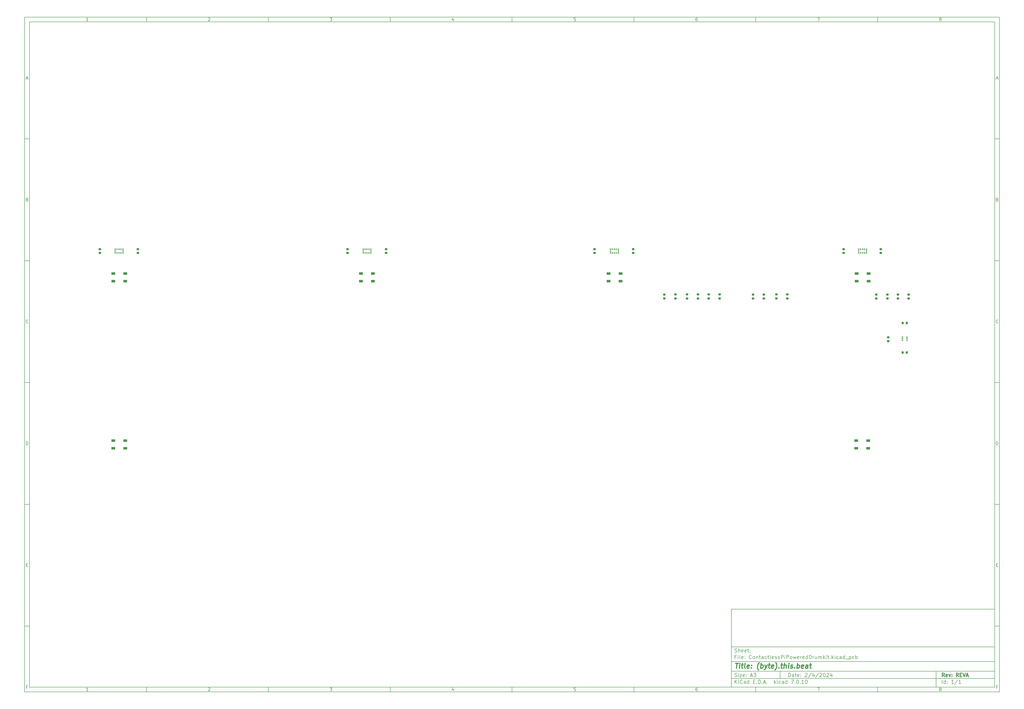
<source format=gbr>
%TF.GenerationSoftware,KiCad,Pcbnew,7.0.10*%
%TF.CreationDate,2024-02-06T20:08:38+00:00*%
%TF.ProjectId,ContactlessPiPoweredDrumkit,436f6e74-6163-4746-9c65-73735069506f,REVA*%
%TF.SameCoordinates,Original*%
%TF.FileFunction,Paste,Top*%
%TF.FilePolarity,Positive*%
%FSLAX46Y46*%
G04 Gerber Fmt 4.6, Leading zero omitted, Abs format (unit mm)*
G04 Created by KiCad (PCBNEW 7.0.10) date 2024-02-06 20:08:38*
%MOMM*%
%LPD*%
G01*
G04 APERTURE LIST*
G04 Aperture macros list*
%AMRoundRect*
0 Rectangle with rounded corners*
0 $1 Rounding radius*
0 $2 $3 $4 $5 $6 $7 $8 $9 X,Y pos of 4 corners*
0 Add a 4 corners polygon primitive as box body*
4,1,4,$2,$3,$4,$5,$6,$7,$8,$9,$2,$3,0*
0 Add four circle primitives for the rounded corners*
1,1,$1+$1,$2,$3*
1,1,$1+$1,$4,$5*
1,1,$1+$1,$6,$7*
1,1,$1+$1,$8,$9*
0 Add four rect primitives between the rounded corners*
20,1,$1+$1,$2,$3,$4,$5,0*
20,1,$1+$1,$4,$5,$6,$7,0*
20,1,$1+$1,$6,$7,$8,$9,0*
20,1,$1+$1,$8,$9,$2,$3,0*%
G04 Aperture macros list end*
%ADD10C,0.100000*%
%ADD11C,0.150000*%
%ADD12C,0.300000*%
%ADD13C,0.400000*%
%ADD14RoundRect,0.200000X-0.275000X0.200000X-0.275000X-0.200000X0.275000X-0.200000X0.275000X0.200000X0*%
%ADD15RoundRect,0.225000X-0.250000X0.225000X-0.250000X-0.225000X0.250000X-0.225000X0.250000X0.225000X0*%
%ADD16R,1.500000X1.000000*%
%ADD17RoundRect,0.062500X-0.127500X-0.062500X0.127500X-0.062500X0.127500X0.062500X-0.127500X0.062500X0*%
%ADD18RoundRect,0.125000X-0.125000X-0.125000X0.125000X-0.125000X0.125000X0.125000X-0.125000X0.125000X0*%
%ADD19RoundRect,0.200000X0.200000X0.275000X-0.200000X0.275000X-0.200000X-0.275000X0.200000X-0.275000X0*%
%ADD20RoundRect,0.225000X0.250000X-0.225000X0.250000X0.225000X-0.250000X0.225000X-0.250000X-0.225000X0*%
%ADD21R,0.650000X0.400000*%
G04 APERTURE END LIST*
D10*
D11*
X299989000Y-253002200D02*
X407989000Y-253002200D01*
X407989000Y-285002200D01*
X299989000Y-285002200D01*
X299989000Y-253002200D01*
D10*
D11*
X10000000Y-10000000D02*
X409989000Y-10000000D01*
X409989000Y-287002200D01*
X10000000Y-287002200D01*
X10000000Y-10000000D01*
D10*
D11*
X12000000Y-12000000D02*
X407989000Y-12000000D01*
X407989000Y-285002200D01*
X12000000Y-285002200D01*
X12000000Y-12000000D01*
D10*
D11*
X60000000Y-12000000D02*
X60000000Y-10000000D01*
D10*
D11*
X110000000Y-12000000D02*
X110000000Y-10000000D01*
D10*
D11*
X160000000Y-12000000D02*
X160000000Y-10000000D01*
D10*
D11*
X210000000Y-12000000D02*
X210000000Y-10000000D01*
D10*
D11*
X260000000Y-12000000D02*
X260000000Y-10000000D01*
D10*
D11*
X310000000Y-12000000D02*
X310000000Y-10000000D01*
D10*
D11*
X360000000Y-12000000D02*
X360000000Y-10000000D01*
D10*
D11*
X36089160Y-11593604D02*
X35346303Y-11593604D01*
X35717731Y-11593604D02*
X35717731Y-10293604D01*
X35717731Y-10293604D02*
X35593922Y-10479319D01*
X35593922Y-10479319D02*
X35470112Y-10603128D01*
X35470112Y-10603128D02*
X35346303Y-10665033D01*
D10*
D11*
X85346303Y-10417414D02*
X85408207Y-10355509D01*
X85408207Y-10355509D02*
X85532017Y-10293604D01*
X85532017Y-10293604D02*
X85841541Y-10293604D01*
X85841541Y-10293604D02*
X85965350Y-10355509D01*
X85965350Y-10355509D02*
X86027255Y-10417414D01*
X86027255Y-10417414D02*
X86089160Y-10541223D01*
X86089160Y-10541223D02*
X86089160Y-10665033D01*
X86089160Y-10665033D02*
X86027255Y-10850747D01*
X86027255Y-10850747D02*
X85284398Y-11593604D01*
X85284398Y-11593604D02*
X86089160Y-11593604D01*
D10*
D11*
X135284398Y-10293604D02*
X136089160Y-10293604D01*
X136089160Y-10293604D02*
X135655826Y-10788842D01*
X135655826Y-10788842D02*
X135841541Y-10788842D01*
X135841541Y-10788842D02*
X135965350Y-10850747D01*
X135965350Y-10850747D02*
X136027255Y-10912652D01*
X136027255Y-10912652D02*
X136089160Y-11036461D01*
X136089160Y-11036461D02*
X136089160Y-11345985D01*
X136089160Y-11345985D02*
X136027255Y-11469795D01*
X136027255Y-11469795D02*
X135965350Y-11531700D01*
X135965350Y-11531700D02*
X135841541Y-11593604D01*
X135841541Y-11593604D02*
X135470112Y-11593604D01*
X135470112Y-11593604D02*
X135346303Y-11531700D01*
X135346303Y-11531700D02*
X135284398Y-11469795D01*
D10*
D11*
X185965350Y-10726938D02*
X185965350Y-11593604D01*
X185655826Y-10231700D02*
X185346303Y-11160271D01*
X185346303Y-11160271D02*
X186151064Y-11160271D01*
D10*
D11*
X236027255Y-10293604D02*
X235408207Y-10293604D01*
X235408207Y-10293604D02*
X235346303Y-10912652D01*
X235346303Y-10912652D02*
X235408207Y-10850747D01*
X235408207Y-10850747D02*
X235532017Y-10788842D01*
X235532017Y-10788842D02*
X235841541Y-10788842D01*
X235841541Y-10788842D02*
X235965350Y-10850747D01*
X235965350Y-10850747D02*
X236027255Y-10912652D01*
X236027255Y-10912652D02*
X236089160Y-11036461D01*
X236089160Y-11036461D02*
X236089160Y-11345985D01*
X236089160Y-11345985D02*
X236027255Y-11469795D01*
X236027255Y-11469795D02*
X235965350Y-11531700D01*
X235965350Y-11531700D02*
X235841541Y-11593604D01*
X235841541Y-11593604D02*
X235532017Y-11593604D01*
X235532017Y-11593604D02*
X235408207Y-11531700D01*
X235408207Y-11531700D02*
X235346303Y-11469795D01*
D10*
D11*
X285965350Y-10293604D02*
X285717731Y-10293604D01*
X285717731Y-10293604D02*
X285593922Y-10355509D01*
X285593922Y-10355509D02*
X285532017Y-10417414D01*
X285532017Y-10417414D02*
X285408207Y-10603128D01*
X285408207Y-10603128D02*
X285346303Y-10850747D01*
X285346303Y-10850747D02*
X285346303Y-11345985D01*
X285346303Y-11345985D02*
X285408207Y-11469795D01*
X285408207Y-11469795D02*
X285470112Y-11531700D01*
X285470112Y-11531700D02*
X285593922Y-11593604D01*
X285593922Y-11593604D02*
X285841541Y-11593604D01*
X285841541Y-11593604D02*
X285965350Y-11531700D01*
X285965350Y-11531700D02*
X286027255Y-11469795D01*
X286027255Y-11469795D02*
X286089160Y-11345985D01*
X286089160Y-11345985D02*
X286089160Y-11036461D01*
X286089160Y-11036461D02*
X286027255Y-10912652D01*
X286027255Y-10912652D02*
X285965350Y-10850747D01*
X285965350Y-10850747D02*
X285841541Y-10788842D01*
X285841541Y-10788842D02*
X285593922Y-10788842D01*
X285593922Y-10788842D02*
X285470112Y-10850747D01*
X285470112Y-10850747D02*
X285408207Y-10912652D01*
X285408207Y-10912652D02*
X285346303Y-11036461D01*
D10*
D11*
X335284398Y-10293604D02*
X336151064Y-10293604D01*
X336151064Y-10293604D02*
X335593922Y-11593604D01*
D10*
D11*
X385593922Y-10850747D02*
X385470112Y-10788842D01*
X385470112Y-10788842D02*
X385408207Y-10726938D01*
X385408207Y-10726938D02*
X385346303Y-10603128D01*
X385346303Y-10603128D02*
X385346303Y-10541223D01*
X385346303Y-10541223D02*
X385408207Y-10417414D01*
X385408207Y-10417414D02*
X385470112Y-10355509D01*
X385470112Y-10355509D02*
X385593922Y-10293604D01*
X385593922Y-10293604D02*
X385841541Y-10293604D01*
X385841541Y-10293604D02*
X385965350Y-10355509D01*
X385965350Y-10355509D02*
X386027255Y-10417414D01*
X386027255Y-10417414D02*
X386089160Y-10541223D01*
X386089160Y-10541223D02*
X386089160Y-10603128D01*
X386089160Y-10603128D02*
X386027255Y-10726938D01*
X386027255Y-10726938D02*
X385965350Y-10788842D01*
X385965350Y-10788842D02*
X385841541Y-10850747D01*
X385841541Y-10850747D02*
X385593922Y-10850747D01*
X385593922Y-10850747D02*
X385470112Y-10912652D01*
X385470112Y-10912652D02*
X385408207Y-10974557D01*
X385408207Y-10974557D02*
X385346303Y-11098366D01*
X385346303Y-11098366D02*
X385346303Y-11345985D01*
X385346303Y-11345985D02*
X385408207Y-11469795D01*
X385408207Y-11469795D02*
X385470112Y-11531700D01*
X385470112Y-11531700D02*
X385593922Y-11593604D01*
X385593922Y-11593604D02*
X385841541Y-11593604D01*
X385841541Y-11593604D02*
X385965350Y-11531700D01*
X385965350Y-11531700D02*
X386027255Y-11469795D01*
X386027255Y-11469795D02*
X386089160Y-11345985D01*
X386089160Y-11345985D02*
X386089160Y-11098366D01*
X386089160Y-11098366D02*
X386027255Y-10974557D01*
X386027255Y-10974557D02*
X385965350Y-10912652D01*
X385965350Y-10912652D02*
X385841541Y-10850747D01*
D10*
D11*
X60000000Y-285002200D02*
X60000000Y-287002200D01*
D10*
D11*
X110000000Y-285002200D02*
X110000000Y-287002200D01*
D10*
D11*
X160000000Y-285002200D02*
X160000000Y-287002200D01*
D10*
D11*
X210000000Y-285002200D02*
X210000000Y-287002200D01*
D10*
D11*
X260000000Y-285002200D02*
X260000000Y-287002200D01*
D10*
D11*
X310000000Y-285002200D02*
X310000000Y-287002200D01*
D10*
D11*
X360000000Y-285002200D02*
X360000000Y-287002200D01*
D10*
D11*
X36089160Y-286595804D02*
X35346303Y-286595804D01*
X35717731Y-286595804D02*
X35717731Y-285295804D01*
X35717731Y-285295804D02*
X35593922Y-285481519D01*
X35593922Y-285481519D02*
X35470112Y-285605328D01*
X35470112Y-285605328D02*
X35346303Y-285667233D01*
D10*
D11*
X85346303Y-285419614D02*
X85408207Y-285357709D01*
X85408207Y-285357709D02*
X85532017Y-285295804D01*
X85532017Y-285295804D02*
X85841541Y-285295804D01*
X85841541Y-285295804D02*
X85965350Y-285357709D01*
X85965350Y-285357709D02*
X86027255Y-285419614D01*
X86027255Y-285419614D02*
X86089160Y-285543423D01*
X86089160Y-285543423D02*
X86089160Y-285667233D01*
X86089160Y-285667233D02*
X86027255Y-285852947D01*
X86027255Y-285852947D02*
X85284398Y-286595804D01*
X85284398Y-286595804D02*
X86089160Y-286595804D01*
D10*
D11*
X135284398Y-285295804D02*
X136089160Y-285295804D01*
X136089160Y-285295804D02*
X135655826Y-285791042D01*
X135655826Y-285791042D02*
X135841541Y-285791042D01*
X135841541Y-285791042D02*
X135965350Y-285852947D01*
X135965350Y-285852947D02*
X136027255Y-285914852D01*
X136027255Y-285914852D02*
X136089160Y-286038661D01*
X136089160Y-286038661D02*
X136089160Y-286348185D01*
X136089160Y-286348185D02*
X136027255Y-286471995D01*
X136027255Y-286471995D02*
X135965350Y-286533900D01*
X135965350Y-286533900D02*
X135841541Y-286595804D01*
X135841541Y-286595804D02*
X135470112Y-286595804D01*
X135470112Y-286595804D02*
X135346303Y-286533900D01*
X135346303Y-286533900D02*
X135284398Y-286471995D01*
D10*
D11*
X185965350Y-285729138D02*
X185965350Y-286595804D01*
X185655826Y-285233900D02*
X185346303Y-286162471D01*
X185346303Y-286162471D02*
X186151064Y-286162471D01*
D10*
D11*
X236027255Y-285295804D02*
X235408207Y-285295804D01*
X235408207Y-285295804D02*
X235346303Y-285914852D01*
X235346303Y-285914852D02*
X235408207Y-285852947D01*
X235408207Y-285852947D02*
X235532017Y-285791042D01*
X235532017Y-285791042D02*
X235841541Y-285791042D01*
X235841541Y-285791042D02*
X235965350Y-285852947D01*
X235965350Y-285852947D02*
X236027255Y-285914852D01*
X236027255Y-285914852D02*
X236089160Y-286038661D01*
X236089160Y-286038661D02*
X236089160Y-286348185D01*
X236089160Y-286348185D02*
X236027255Y-286471995D01*
X236027255Y-286471995D02*
X235965350Y-286533900D01*
X235965350Y-286533900D02*
X235841541Y-286595804D01*
X235841541Y-286595804D02*
X235532017Y-286595804D01*
X235532017Y-286595804D02*
X235408207Y-286533900D01*
X235408207Y-286533900D02*
X235346303Y-286471995D01*
D10*
D11*
X285965350Y-285295804D02*
X285717731Y-285295804D01*
X285717731Y-285295804D02*
X285593922Y-285357709D01*
X285593922Y-285357709D02*
X285532017Y-285419614D01*
X285532017Y-285419614D02*
X285408207Y-285605328D01*
X285408207Y-285605328D02*
X285346303Y-285852947D01*
X285346303Y-285852947D02*
X285346303Y-286348185D01*
X285346303Y-286348185D02*
X285408207Y-286471995D01*
X285408207Y-286471995D02*
X285470112Y-286533900D01*
X285470112Y-286533900D02*
X285593922Y-286595804D01*
X285593922Y-286595804D02*
X285841541Y-286595804D01*
X285841541Y-286595804D02*
X285965350Y-286533900D01*
X285965350Y-286533900D02*
X286027255Y-286471995D01*
X286027255Y-286471995D02*
X286089160Y-286348185D01*
X286089160Y-286348185D02*
X286089160Y-286038661D01*
X286089160Y-286038661D02*
X286027255Y-285914852D01*
X286027255Y-285914852D02*
X285965350Y-285852947D01*
X285965350Y-285852947D02*
X285841541Y-285791042D01*
X285841541Y-285791042D02*
X285593922Y-285791042D01*
X285593922Y-285791042D02*
X285470112Y-285852947D01*
X285470112Y-285852947D02*
X285408207Y-285914852D01*
X285408207Y-285914852D02*
X285346303Y-286038661D01*
D10*
D11*
X335284398Y-285295804D02*
X336151064Y-285295804D01*
X336151064Y-285295804D02*
X335593922Y-286595804D01*
D10*
D11*
X385593922Y-285852947D02*
X385470112Y-285791042D01*
X385470112Y-285791042D02*
X385408207Y-285729138D01*
X385408207Y-285729138D02*
X385346303Y-285605328D01*
X385346303Y-285605328D02*
X385346303Y-285543423D01*
X385346303Y-285543423D02*
X385408207Y-285419614D01*
X385408207Y-285419614D02*
X385470112Y-285357709D01*
X385470112Y-285357709D02*
X385593922Y-285295804D01*
X385593922Y-285295804D02*
X385841541Y-285295804D01*
X385841541Y-285295804D02*
X385965350Y-285357709D01*
X385965350Y-285357709D02*
X386027255Y-285419614D01*
X386027255Y-285419614D02*
X386089160Y-285543423D01*
X386089160Y-285543423D02*
X386089160Y-285605328D01*
X386089160Y-285605328D02*
X386027255Y-285729138D01*
X386027255Y-285729138D02*
X385965350Y-285791042D01*
X385965350Y-285791042D02*
X385841541Y-285852947D01*
X385841541Y-285852947D02*
X385593922Y-285852947D01*
X385593922Y-285852947D02*
X385470112Y-285914852D01*
X385470112Y-285914852D02*
X385408207Y-285976757D01*
X385408207Y-285976757D02*
X385346303Y-286100566D01*
X385346303Y-286100566D02*
X385346303Y-286348185D01*
X385346303Y-286348185D02*
X385408207Y-286471995D01*
X385408207Y-286471995D02*
X385470112Y-286533900D01*
X385470112Y-286533900D02*
X385593922Y-286595804D01*
X385593922Y-286595804D02*
X385841541Y-286595804D01*
X385841541Y-286595804D02*
X385965350Y-286533900D01*
X385965350Y-286533900D02*
X386027255Y-286471995D01*
X386027255Y-286471995D02*
X386089160Y-286348185D01*
X386089160Y-286348185D02*
X386089160Y-286100566D01*
X386089160Y-286100566D02*
X386027255Y-285976757D01*
X386027255Y-285976757D02*
X385965350Y-285914852D01*
X385965350Y-285914852D02*
X385841541Y-285852947D01*
D10*
D11*
X10000000Y-60000000D02*
X12000000Y-60000000D01*
D10*
D11*
X10000000Y-110000000D02*
X12000000Y-110000000D01*
D10*
D11*
X10000000Y-160000000D02*
X12000000Y-160000000D01*
D10*
D11*
X10000000Y-210000000D02*
X12000000Y-210000000D01*
D10*
D11*
X10000000Y-260000000D02*
X12000000Y-260000000D01*
D10*
D11*
X10690476Y-35222176D02*
X11309523Y-35222176D01*
X10566666Y-35593604D02*
X10999999Y-34293604D01*
X10999999Y-34293604D02*
X11433333Y-35593604D01*
D10*
D11*
X11092857Y-84912652D02*
X11278571Y-84974557D01*
X11278571Y-84974557D02*
X11340476Y-85036461D01*
X11340476Y-85036461D02*
X11402380Y-85160271D01*
X11402380Y-85160271D02*
X11402380Y-85345985D01*
X11402380Y-85345985D02*
X11340476Y-85469795D01*
X11340476Y-85469795D02*
X11278571Y-85531700D01*
X11278571Y-85531700D02*
X11154761Y-85593604D01*
X11154761Y-85593604D02*
X10659523Y-85593604D01*
X10659523Y-85593604D02*
X10659523Y-84293604D01*
X10659523Y-84293604D02*
X11092857Y-84293604D01*
X11092857Y-84293604D02*
X11216666Y-84355509D01*
X11216666Y-84355509D02*
X11278571Y-84417414D01*
X11278571Y-84417414D02*
X11340476Y-84541223D01*
X11340476Y-84541223D02*
X11340476Y-84665033D01*
X11340476Y-84665033D02*
X11278571Y-84788842D01*
X11278571Y-84788842D02*
X11216666Y-84850747D01*
X11216666Y-84850747D02*
X11092857Y-84912652D01*
X11092857Y-84912652D02*
X10659523Y-84912652D01*
D10*
D11*
X11402380Y-135469795D02*
X11340476Y-135531700D01*
X11340476Y-135531700D02*
X11154761Y-135593604D01*
X11154761Y-135593604D02*
X11030952Y-135593604D01*
X11030952Y-135593604D02*
X10845238Y-135531700D01*
X10845238Y-135531700D02*
X10721428Y-135407890D01*
X10721428Y-135407890D02*
X10659523Y-135284080D01*
X10659523Y-135284080D02*
X10597619Y-135036461D01*
X10597619Y-135036461D02*
X10597619Y-134850747D01*
X10597619Y-134850747D02*
X10659523Y-134603128D01*
X10659523Y-134603128D02*
X10721428Y-134479319D01*
X10721428Y-134479319D02*
X10845238Y-134355509D01*
X10845238Y-134355509D02*
X11030952Y-134293604D01*
X11030952Y-134293604D02*
X11154761Y-134293604D01*
X11154761Y-134293604D02*
X11340476Y-134355509D01*
X11340476Y-134355509D02*
X11402380Y-134417414D01*
D10*
D11*
X10659523Y-185593604D02*
X10659523Y-184293604D01*
X10659523Y-184293604D02*
X10969047Y-184293604D01*
X10969047Y-184293604D02*
X11154761Y-184355509D01*
X11154761Y-184355509D02*
X11278571Y-184479319D01*
X11278571Y-184479319D02*
X11340476Y-184603128D01*
X11340476Y-184603128D02*
X11402380Y-184850747D01*
X11402380Y-184850747D02*
X11402380Y-185036461D01*
X11402380Y-185036461D02*
X11340476Y-185284080D01*
X11340476Y-185284080D02*
X11278571Y-185407890D01*
X11278571Y-185407890D02*
X11154761Y-185531700D01*
X11154761Y-185531700D02*
X10969047Y-185593604D01*
X10969047Y-185593604D02*
X10659523Y-185593604D01*
D10*
D11*
X10721428Y-234912652D02*
X11154762Y-234912652D01*
X11340476Y-235593604D02*
X10721428Y-235593604D01*
X10721428Y-235593604D02*
X10721428Y-234293604D01*
X10721428Y-234293604D02*
X11340476Y-234293604D01*
D10*
D11*
X11185714Y-284912652D02*
X10752380Y-284912652D01*
X10752380Y-285593604D02*
X10752380Y-284293604D01*
X10752380Y-284293604D02*
X11371428Y-284293604D01*
D10*
D11*
X409989000Y-60000000D02*
X407989000Y-60000000D01*
D10*
D11*
X409989000Y-110000000D02*
X407989000Y-110000000D01*
D10*
D11*
X409989000Y-160000000D02*
X407989000Y-160000000D01*
D10*
D11*
X409989000Y-210000000D02*
X407989000Y-210000000D01*
D10*
D11*
X409989000Y-260000000D02*
X407989000Y-260000000D01*
D10*
D11*
X408679476Y-35222176D02*
X409298523Y-35222176D01*
X408555666Y-35593604D02*
X408988999Y-34293604D01*
X408988999Y-34293604D02*
X409422333Y-35593604D01*
D10*
D11*
X409081857Y-84912652D02*
X409267571Y-84974557D01*
X409267571Y-84974557D02*
X409329476Y-85036461D01*
X409329476Y-85036461D02*
X409391380Y-85160271D01*
X409391380Y-85160271D02*
X409391380Y-85345985D01*
X409391380Y-85345985D02*
X409329476Y-85469795D01*
X409329476Y-85469795D02*
X409267571Y-85531700D01*
X409267571Y-85531700D02*
X409143761Y-85593604D01*
X409143761Y-85593604D02*
X408648523Y-85593604D01*
X408648523Y-85593604D02*
X408648523Y-84293604D01*
X408648523Y-84293604D02*
X409081857Y-84293604D01*
X409081857Y-84293604D02*
X409205666Y-84355509D01*
X409205666Y-84355509D02*
X409267571Y-84417414D01*
X409267571Y-84417414D02*
X409329476Y-84541223D01*
X409329476Y-84541223D02*
X409329476Y-84665033D01*
X409329476Y-84665033D02*
X409267571Y-84788842D01*
X409267571Y-84788842D02*
X409205666Y-84850747D01*
X409205666Y-84850747D02*
X409081857Y-84912652D01*
X409081857Y-84912652D02*
X408648523Y-84912652D01*
D10*
D11*
X409391380Y-135469795D02*
X409329476Y-135531700D01*
X409329476Y-135531700D02*
X409143761Y-135593604D01*
X409143761Y-135593604D02*
X409019952Y-135593604D01*
X409019952Y-135593604D02*
X408834238Y-135531700D01*
X408834238Y-135531700D02*
X408710428Y-135407890D01*
X408710428Y-135407890D02*
X408648523Y-135284080D01*
X408648523Y-135284080D02*
X408586619Y-135036461D01*
X408586619Y-135036461D02*
X408586619Y-134850747D01*
X408586619Y-134850747D02*
X408648523Y-134603128D01*
X408648523Y-134603128D02*
X408710428Y-134479319D01*
X408710428Y-134479319D02*
X408834238Y-134355509D01*
X408834238Y-134355509D02*
X409019952Y-134293604D01*
X409019952Y-134293604D02*
X409143761Y-134293604D01*
X409143761Y-134293604D02*
X409329476Y-134355509D01*
X409329476Y-134355509D02*
X409391380Y-134417414D01*
D10*
D11*
X408648523Y-185593604D02*
X408648523Y-184293604D01*
X408648523Y-184293604D02*
X408958047Y-184293604D01*
X408958047Y-184293604D02*
X409143761Y-184355509D01*
X409143761Y-184355509D02*
X409267571Y-184479319D01*
X409267571Y-184479319D02*
X409329476Y-184603128D01*
X409329476Y-184603128D02*
X409391380Y-184850747D01*
X409391380Y-184850747D02*
X409391380Y-185036461D01*
X409391380Y-185036461D02*
X409329476Y-185284080D01*
X409329476Y-185284080D02*
X409267571Y-185407890D01*
X409267571Y-185407890D02*
X409143761Y-185531700D01*
X409143761Y-185531700D02*
X408958047Y-185593604D01*
X408958047Y-185593604D02*
X408648523Y-185593604D01*
D10*
D11*
X408710428Y-234912652D02*
X409143762Y-234912652D01*
X409329476Y-235593604D02*
X408710428Y-235593604D01*
X408710428Y-235593604D02*
X408710428Y-234293604D01*
X408710428Y-234293604D02*
X409329476Y-234293604D01*
D10*
D11*
X409174714Y-284912652D02*
X408741380Y-284912652D01*
X408741380Y-285593604D02*
X408741380Y-284293604D01*
X408741380Y-284293604D02*
X409360428Y-284293604D01*
D10*
D11*
X323444826Y-280788328D02*
X323444826Y-279288328D01*
X323444826Y-279288328D02*
X323801969Y-279288328D01*
X323801969Y-279288328D02*
X324016255Y-279359757D01*
X324016255Y-279359757D02*
X324159112Y-279502614D01*
X324159112Y-279502614D02*
X324230541Y-279645471D01*
X324230541Y-279645471D02*
X324301969Y-279931185D01*
X324301969Y-279931185D02*
X324301969Y-280145471D01*
X324301969Y-280145471D02*
X324230541Y-280431185D01*
X324230541Y-280431185D02*
X324159112Y-280574042D01*
X324159112Y-280574042D02*
X324016255Y-280716900D01*
X324016255Y-280716900D02*
X323801969Y-280788328D01*
X323801969Y-280788328D02*
X323444826Y-280788328D01*
X325587684Y-280788328D02*
X325587684Y-280002614D01*
X325587684Y-280002614D02*
X325516255Y-279859757D01*
X325516255Y-279859757D02*
X325373398Y-279788328D01*
X325373398Y-279788328D02*
X325087684Y-279788328D01*
X325087684Y-279788328D02*
X324944826Y-279859757D01*
X325587684Y-280716900D02*
X325444826Y-280788328D01*
X325444826Y-280788328D02*
X325087684Y-280788328D01*
X325087684Y-280788328D02*
X324944826Y-280716900D01*
X324944826Y-280716900D02*
X324873398Y-280574042D01*
X324873398Y-280574042D02*
X324873398Y-280431185D01*
X324873398Y-280431185D02*
X324944826Y-280288328D01*
X324944826Y-280288328D02*
X325087684Y-280216900D01*
X325087684Y-280216900D02*
X325444826Y-280216900D01*
X325444826Y-280216900D02*
X325587684Y-280145471D01*
X326087684Y-279788328D02*
X326659112Y-279788328D01*
X326301969Y-279288328D02*
X326301969Y-280574042D01*
X326301969Y-280574042D02*
X326373398Y-280716900D01*
X326373398Y-280716900D02*
X326516255Y-280788328D01*
X326516255Y-280788328D02*
X326659112Y-280788328D01*
X327730541Y-280716900D02*
X327587684Y-280788328D01*
X327587684Y-280788328D02*
X327301970Y-280788328D01*
X327301970Y-280788328D02*
X327159112Y-280716900D01*
X327159112Y-280716900D02*
X327087684Y-280574042D01*
X327087684Y-280574042D02*
X327087684Y-280002614D01*
X327087684Y-280002614D02*
X327159112Y-279859757D01*
X327159112Y-279859757D02*
X327301970Y-279788328D01*
X327301970Y-279788328D02*
X327587684Y-279788328D01*
X327587684Y-279788328D02*
X327730541Y-279859757D01*
X327730541Y-279859757D02*
X327801970Y-280002614D01*
X327801970Y-280002614D02*
X327801970Y-280145471D01*
X327801970Y-280145471D02*
X327087684Y-280288328D01*
X328444826Y-280645471D02*
X328516255Y-280716900D01*
X328516255Y-280716900D02*
X328444826Y-280788328D01*
X328444826Y-280788328D02*
X328373398Y-280716900D01*
X328373398Y-280716900D02*
X328444826Y-280645471D01*
X328444826Y-280645471D02*
X328444826Y-280788328D01*
X328444826Y-279859757D02*
X328516255Y-279931185D01*
X328516255Y-279931185D02*
X328444826Y-280002614D01*
X328444826Y-280002614D02*
X328373398Y-279931185D01*
X328373398Y-279931185D02*
X328444826Y-279859757D01*
X328444826Y-279859757D02*
X328444826Y-280002614D01*
X330230541Y-279431185D02*
X330301969Y-279359757D01*
X330301969Y-279359757D02*
X330444827Y-279288328D01*
X330444827Y-279288328D02*
X330801969Y-279288328D01*
X330801969Y-279288328D02*
X330944827Y-279359757D01*
X330944827Y-279359757D02*
X331016255Y-279431185D01*
X331016255Y-279431185D02*
X331087684Y-279574042D01*
X331087684Y-279574042D02*
X331087684Y-279716900D01*
X331087684Y-279716900D02*
X331016255Y-279931185D01*
X331016255Y-279931185D02*
X330159112Y-280788328D01*
X330159112Y-280788328D02*
X331087684Y-280788328D01*
X332801969Y-279216900D02*
X331516255Y-281145471D01*
X333944827Y-279788328D02*
X333944827Y-280788328D01*
X333587684Y-279216900D02*
X333230541Y-280288328D01*
X333230541Y-280288328D02*
X334159112Y-280288328D01*
X335801969Y-279216900D02*
X334516255Y-281145471D01*
X336230541Y-279431185D02*
X336301969Y-279359757D01*
X336301969Y-279359757D02*
X336444827Y-279288328D01*
X336444827Y-279288328D02*
X336801969Y-279288328D01*
X336801969Y-279288328D02*
X336944827Y-279359757D01*
X336944827Y-279359757D02*
X337016255Y-279431185D01*
X337016255Y-279431185D02*
X337087684Y-279574042D01*
X337087684Y-279574042D02*
X337087684Y-279716900D01*
X337087684Y-279716900D02*
X337016255Y-279931185D01*
X337016255Y-279931185D02*
X336159112Y-280788328D01*
X336159112Y-280788328D02*
X337087684Y-280788328D01*
X338016255Y-279288328D02*
X338159112Y-279288328D01*
X338159112Y-279288328D02*
X338301969Y-279359757D01*
X338301969Y-279359757D02*
X338373398Y-279431185D01*
X338373398Y-279431185D02*
X338444826Y-279574042D01*
X338444826Y-279574042D02*
X338516255Y-279859757D01*
X338516255Y-279859757D02*
X338516255Y-280216900D01*
X338516255Y-280216900D02*
X338444826Y-280502614D01*
X338444826Y-280502614D02*
X338373398Y-280645471D01*
X338373398Y-280645471D02*
X338301969Y-280716900D01*
X338301969Y-280716900D02*
X338159112Y-280788328D01*
X338159112Y-280788328D02*
X338016255Y-280788328D01*
X338016255Y-280788328D02*
X337873398Y-280716900D01*
X337873398Y-280716900D02*
X337801969Y-280645471D01*
X337801969Y-280645471D02*
X337730540Y-280502614D01*
X337730540Y-280502614D02*
X337659112Y-280216900D01*
X337659112Y-280216900D02*
X337659112Y-279859757D01*
X337659112Y-279859757D02*
X337730540Y-279574042D01*
X337730540Y-279574042D02*
X337801969Y-279431185D01*
X337801969Y-279431185D02*
X337873398Y-279359757D01*
X337873398Y-279359757D02*
X338016255Y-279288328D01*
X339087683Y-279431185D02*
X339159111Y-279359757D01*
X339159111Y-279359757D02*
X339301969Y-279288328D01*
X339301969Y-279288328D02*
X339659111Y-279288328D01*
X339659111Y-279288328D02*
X339801969Y-279359757D01*
X339801969Y-279359757D02*
X339873397Y-279431185D01*
X339873397Y-279431185D02*
X339944826Y-279574042D01*
X339944826Y-279574042D02*
X339944826Y-279716900D01*
X339944826Y-279716900D02*
X339873397Y-279931185D01*
X339873397Y-279931185D02*
X339016254Y-280788328D01*
X339016254Y-280788328D02*
X339944826Y-280788328D01*
X341230540Y-279788328D02*
X341230540Y-280788328D01*
X340873397Y-279216900D02*
X340516254Y-280288328D01*
X340516254Y-280288328D02*
X341444825Y-280288328D01*
D10*
D11*
X299989000Y-281502200D02*
X407989000Y-281502200D01*
D10*
D11*
X301444826Y-283588328D02*
X301444826Y-282088328D01*
X302301969Y-283588328D02*
X301659112Y-282731185D01*
X302301969Y-282088328D02*
X301444826Y-282945471D01*
X302944826Y-283588328D02*
X302944826Y-282588328D01*
X302944826Y-282088328D02*
X302873398Y-282159757D01*
X302873398Y-282159757D02*
X302944826Y-282231185D01*
X302944826Y-282231185D02*
X303016255Y-282159757D01*
X303016255Y-282159757D02*
X302944826Y-282088328D01*
X302944826Y-282088328D02*
X302944826Y-282231185D01*
X304516255Y-283445471D02*
X304444827Y-283516900D01*
X304444827Y-283516900D02*
X304230541Y-283588328D01*
X304230541Y-283588328D02*
X304087684Y-283588328D01*
X304087684Y-283588328D02*
X303873398Y-283516900D01*
X303873398Y-283516900D02*
X303730541Y-283374042D01*
X303730541Y-283374042D02*
X303659112Y-283231185D01*
X303659112Y-283231185D02*
X303587684Y-282945471D01*
X303587684Y-282945471D02*
X303587684Y-282731185D01*
X303587684Y-282731185D02*
X303659112Y-282445471D01*
X303659112Y-282445471D02*
X303730541Y-282302614D01*
X303730541Y-282302614D02*
X303873398Y-282159757D01*
X303873398Y-282159757D02*
X304087684Y-282088328D01*
X304087684Y-282088328D02*
X304230541Y-282088328D01*
X304230541Y-282088328D02*
X304444827Y-282159757D01*
X304444827Y-282159757D02*
X304516255Y-282231185D01*
X305801970Y-283588328D02*
X305801970Y-282802614D01*
X305801970Y-282802614D02*
X305730541Y-282659757D01*
X305730541Y-282659757D02*
X305587684Y-282588328D01*
X305587684Y-282588328D02*
X305301970Y-282588328D01*
X305301970Y-282588328D02*
X305159112Y-282659757D01*
X305801970Y-283516900D02*
X305659112Y-283588328D01*
X305659112Y-283588328D02*
X305301970Y-283588328D01*
X305301970Y-283588328D02*
X305159112Y-283516900D01*
X305159112Y-283516900D02*
X305087684Y-283374042D01*
X305087684Y-283374042D02*
X305087684Y-283231185D01*
X305087684Y-283231185D02*
X305159112Y-283088328D01*
X305159112Y-283088328D02*
X305301970Y-283016900D01*
X305301970Y-283016900D02*
X305659112Y-283016900D01*
X305659112Y-283016900D02*
X305801970Y-282945471D01*
X307159113Y-283588328D02*
X307159113Y-282088328D01*
X307159113Y-283516900D02*
X307016255Y-283588328D01*
X307016255Y-283588328D02*
X306730541Y-283588328D01*
X306730541Y-283588328D02*
X306587684Y-283516900D01*
X306587684Y-283516900D02*
X306516255Y-283445471D01*
X306516255Y-283445471D02*
X306444827Y-283302614D01*
X306444827Y-283302614D02*
X306444827Y-282874042D01*
X306444827Y-282874042D02*
X306516255Y-282731185D01*
X306516255Y-282731185D02*
X306587684Y-282659757D01*
X306587684Y-282659757D02*
X306730541Y-282588328D01*
X306730541Y-282588328D02*
X307016255Y-282588328D01*
X307016255Y-282588328D02*
X307159113Y-282659757D01*
X309016255Y-282802614D02*
X309516255Y-282802614D01*
X309730541Y-283588328D02*
X309016255Y-283588328D01*
X309016255Y-283588328D02*
X309016255Y-282088328D01*
X309016255Y-282088328D02*
X309730541Y-282088328D01*
X310373398Y-283445471D02*
X310444827Y-283516900D01*
X310444827Y-283516900D02*
X310373398Y-283588328D01*
X310373398Y-283588328D02*
X310301970Y-283516900D01*
X310301970Y-283516900D02*
X310373398Y-283445471D01*
X310373398Y-283445471D02*
X310373398Y-283588328D01*
X311087684Y-283588328D02*
X311087684Y-282088328D01*
X311087684Y-282088328D02*
X311444827Y-282088328D01*
X311444827Y-282088328D02*
X311659113Y-282159757D01*
X311659113Y-282159757D02*
X311801970Y-282302614D01*
X311801970Y-282302614D02*
X311873399Y-282445471D01*
X311873399Y-282445471D02*
X311944827Y-282731185D01*
X311944827Y-282731185D02*
X311944827Y-282945471D01*
X311944827Y-282945471D02*
X311873399Y-283231185D01*
X311873399Y-283231185D02*
X311801970Y-283374042D01*
X311801970Y-283374042D02*
X311659113Y-283516900D01*
X311659113Y-283516900D02*
X311444827Y-283588328D01*
X311444827Y-283588328D02*
X311087684Y-283588328D01*
X312587684Y-283445471D02*
X312659113Y-283516900D01*
X312659113Y-283516900D02*
X312587684Y-283588328D01*
X312587684Y-283588328D02*
X312516256Y-283516900D01*
X312516256Y-283516900D02*
X312587684Y-283445471D01*
X312587684Y-283445471D02*
X312587684Y-283588328D01*
X313230542Y-283159757D02*
X313944828Y-283159757D01*
X313087685Y-283588328D02*
X313587685Y-282088328D01*
X313587685Y-282088328D02*
X314087685Y-283588328D01*
X314587684Y-283445471D02*
X314659113Y-283516900D01*
X314659113Y-283516900D02*
X314587684Y-283588328D01*
X314587684Y-283588328D02*
X314516256Y-283516900D01*
X314516256Y-283516900D02*
X314587684Y-283445471D01*
X314587684Y-283445471D02*
X314587684Y-283588328D01*
X317587684Y-283588328D02*
X317587684Y-282088328D01*
X317730542Y-283016900D02*
X318159113Y-283588328D01*
X318159113Y-282588328D02*
X317587684Y-283159757D01*
X318801970Y-283588328D02*
X318801970Y-282588328D01*
X318801970Y-282088328D02*
X318730542Y-282159757D01*
X318730542Y-282159757D02*
X318801970Y-282231185D01*
X318801970Y-282231185D02*
X318873399Y-282159757D01*
X318873399Y-282159757D02*
X318801970Y-282088328D01*
X318801970Y-282088328D02*
X318801970Y-282231185D01*
X320159114Y-283516900D02*
X320016256Y-283588328D01*
X320016256Y-283588328D02*
X319730542Y-283588328D01*
X319730542Y-283588328D02*
X319587685Y-283516900D01*
X319587685Y-283516900D02*
X319516256Y-283445471D01*
X319516256Y-283445471D02*
X319444828Y-283302614D01*
X319444828Y-283302614D02*
X319444828Y-282874042D01*
X319444828Y-282874042D02*
X319516256Y-282731185D01*
X319516256Y-282731185D02*
X319587685Y-282659757D01*
X319587685Y-282659757D02*
X319730542Y-282588328D01*
X319730542Y-282588328D02*
X320016256Y-282588328D01*
X320016256Y-282588328D02*
X320159114Y-282659757D01*
X321444828Y-283588328D02*
X321444828Y-282802614D01*
X321444828Y-282802614D02*
X321373399Y-282659757D01*
X321373399Y-282659757D02*
X321230542Y-282588328D01*
X321230542Y-282588328D02*
X320944828Y-282588328D01*
X320944828Y-282588328D02*
X320801970Y-282659757D01*
X321444828Y-283516900D02*
X321301970Y-283588328D01*
X321301970Y-283588328D02*
X320944828Y-283588328D01*
X320944828Y-283588328D02*
X320801970Y-283516900D01*
X320801970Y-283516900D02*
X320730542Y-283374042D01*
X320730542Y-283374042D02*
X320730542Y-283231185D01*
X320730542Y-283231185D02*
X320801970Y-283088328D01*
X320801970Y-283088328D02*
X320944828Y-283016900D01*
X320944828Y-283016900D02*
X321301970Y-283016900D01*
X321301970Y-283016900D02*
X321444828Y-282945471D01*
X322801971Y-283588328D02*
X322801971Y-282088328D01*
X322801971Y-283516900D02*
X322659113Y-283588328D01*
X322659113Y-283588328D02*
X322373399Y-283588328D01*
X322373399Y-283588328D02*
X322230542Y-283516900D01*
X322230542Y-283516900D02*
X322159113Y-283445471D01*
X322159113Y-283445471D02*
X322087685Y-283302614D01*
X322087685Y-283302614D02*
X322087685Y-282874042D01*
X322087685Y-282874042D02*
X322159113Y-282731185D01*
X322159113Y-282731185D02*
X322230542Y-282659757D01*
X322230542Y-282659757D02*
X322373399Y-282588328D01*
X322373399Y-282588328D02*
X322659113Y-282588328D01*
X322659113Y-282588328D02*
X322801971Y-282659757D01*
X324516256Y-282088328D02*
X325516256Y-282088328D01*
X325516256Y-282088328D02*
X324873399Y-283588328D01*
X326087684Y-283445471D02*
X326159113Y-283516900D01*
X326159113Y-283516900D02*
X326087684Y-283588328D01*
X326087684Y-283588328D02*
X326016256Y-283516900D01*
X326016256Y-283516900D02*
X326087684Y-283445471D01*
X326087684Y-283445471D02*
X326087684Y-283588328D01*
X327087685Y-282088328D02*
X327230542Y-282088328D01*
X327230542Y-282088328D02*
X327373399Y-282159757D01*
X327373399Y-282159757D02*
X327444828Y-282231185D01*
X327444828Y-282231185D02*
X327516256Y-282374042D01*
X327516256Y-282374042D02*
X327587685Y-282659757D01*
X327587685Y-282659757D02*
X327587685Y-283016900D01*
X327587685Y-283016900D02*
X327516256Y-283302614D01*
X327516256Y-283302614D02*
X327444828Y-283445471D01*
X327444828Y-283445471D02*
X327373399Y-283516900D01*
X327373399Y-283516900D02*
X327230542Y-283588328D01*
X327230542Y-283588328D02*
X327087685Y-283588328D01*
X327087685Y-283588328D02*
X326944828Y-283516900D01*
X326944828Y-283516900D02*
X326873399Y-283445471D01*
X326873399Y-283445471D02*
X326801970Y-283302614D01*
X326801970Y-283302614D02*
X326730542Y-283016900D01*
X326730542Y-283016900D02*
X326730542Y-282659757D01*
X326730542Y-282659757D02*
X326801970Y-282374042D01*
X326801970Y-282374042D02*
X326873399Y-282231185D01*
X326873399Y-282231185D02*
X326944828Y-282159757D01*
X326944828Y-282159757D02*
X327087685Y-282088328D01*
X328230541Y-283445471D02*
X328301970Y-283516900D01*
X328301970Y-283516900D02*
X328230541Y-283588328D01*
X328230541Y-283588328D02*
X328159113Y-283516900D01*
X328159113Y-283516900D02*
X328230541Y-283445471D01*
X328230541Y-283445471D02*
X328230541Y-283588328D01*
X329730542Y-283588328D02*
X328873399Y-283588328D01*
X329301970Y-283588328D02*
X329301970Y-282088328D01*
X329301970Y-282088328D02*
X329159113Y-282302614D01*
X329159113Y-282302614D02*
X329016256Y-282445471D01*
X329016256Y-282445471D02*
X328873399Y-282516900D01*
X330659113Y-282088328D02*
X330801970Y-282088328D01*
X330801970Y-282088328D02*
X330944827Y-282159757D01*
X330944827Y-282159757D02*
X331016256Y-282231185D01*
X331016256Y-282231185D02*
X331087684Y-282374042D01*
X331087684Y-282374042D02*
X331159113Y-282659757D01*
X331159113Y-282659757D02*
X331159113Y-283016900D01*
X331159113Y-283016900D02*
X331087684Y-283302614D01*
X331087684Y-283302614D02*
X331016256Y-283445471D01*
X331016256Y-283445471D02*
X330944827Y-283516900D01*
X330944827Y-283516900D02*
X330801970Y-283588328D01*
X330801970Y-283588328D02*
X330659113Y-283588328D01*
X330659113Y-283588328D02*
X330516256Y-283516900D01*
X330516256Y-283516900D02*
X330444827Y-283445471D01*
X330444827Y-283445471D02*
X330373398Y-283302614D01*
X330373398Y-283302614D02*
X330301970Y-283016900D01*
X330301970Y-283016900D02*
X330301970Y-282659757D01*
X330301970Y-282659757D02*
X330373398Y-282374042D01*
X330373398Y-282374042D02*
X330444827Y-282231185D01*
X330444827Y-282231185D02*
X330516256Y-282159757D01*
X330516256Y-282159757D02*
X330659113Y-282088328D01*
D10*
D11*
X299989000Y-278502200D02*
X407989000Y-278502200D01*
D10*
D12*
X387400653Y-280780528D02*
X386900653Y-280066242D01*
X386543510Y-280780528D02*
X386543510Y-279280528D01*
X386543510Y-279280528D02*
X387114939Y-279280528D01*
X387114939Y-279280528D02*
X387257796Y-279351957D01*
X387257796Y-279351957D02*
X387329225Y-279423385D01*
X387329225Y-279423385D02*
X387400653Y-279566242D01*
X387400653Y-279566242D02*
X387400653Y-279780528D01*
X387400653Y-279780528D02*
X387329225Y-279923385D01*
X387329225Y-279923385D02*
X387257796Y-279994814D01*
X387257796Y-279994814D02*
X387114939Y-280066242D01*
X387114939Y-280066242D02*
X386543510Y-280066242D01*
X388614939Y-280709100D02*
X388472082Y-280780528D01*
X388472082Y-280780528D02*
X388186368Y-280780528D01*
X388186368Y-280780528D02*
X388043510Y-280709100D01*
X388043510Y-280709100D02*
X387972082Y-280566242D01*
X387972082Y-280566242D02*
X387972082Y-279994814D01*
X387972082Y-279994814D02*
X388043510Y-279851957D01*
X388043510Y-279851957D02*
X388186368Y-279780528D01*
X388186368Y-279780528D02*
X388472082Y-279780528D01*
X388472082Y-279780528D02*
X388614939Y-279851957D01*
X388614939Y-279851957D02*
X388686368Y-279994814D01*
X388686368Y-279994814D02*
X388686368Y-280137671D01*
X388686368Y-280137671D02*
X387972082Y-280280528D01*
X389186367Y-279780528D02*
X389543510Y-280780528D01*
X389543510Y-280780528D02*
X389900653Y-279780528D01*
X390472081Y-280637671D02*
X390543510Y-280709100D01*
X390543510Y-280709100D02*
X390472081Y-280780528D01*
X390472081Y-280780528D02*
X390400653Y-280709100D01*
X390400653Y-280709100D02*
X390472081Y-280637671D01*
X390472081Y-280637671D02*
X390472081Y-280780528D01*
X390472081Y-279851957D02*
X390543510Y-279923385D01*
X390543510Y-279923385D02*
X390472081Y-279994814D01*
X390472081Y-279994814D02*
X390400653Y-279923385D01*
X390400653Y-279923385D02*
X390472081Y-279851957D01*
X390472081Y-279851957D02*
X390472081Y-279994814D01*
X393186367Y-280780528D02*
X392686367Y-280066242D01*
X392329224Y-280780528D02*
X392329224Y-279280528D01*
X392329224Y-279280528D02*
X392900653Y-279280528D01*
X392900653Y-279280528D02*
X393043510Y-279351957D01*
X393043510Y-279351957D02*
X393114939Y-279423385D01*
X393114939Y-279423385D02*
X393186367Y-279566242D01*
X393186367Y-279566242D02*
X393186367Y-279780528D01*
X393186367Y-279780528D02*
X393114939Y-279923385D01*
X393114939Y-279923385D02*
X393043510Y-279994814D01*
X393043510Y-279994814D02*
X392900653Y-280066242D01*
X392900653Y-280066242D02*
X392329224Y-280066242D01*
X393829224Y-279994814D02*
X394329224Y-279994814D01*
X394543510Y-280780528D02*
X393829224Y-280780528D01*
X393829224Y-280780528D02*
X393829224Y-279280528D01*
X393829224Y-279280528D02*
X394543510Y-279280528D01*
X394972082Y-279280528D02*
X395472082Y-280780528D01*
X395472082Y-280780528D02*
X395972082Y-279280528D01*
X396400653Y-280351957D02*
X397114939Y-280351957D01*
X396257796Y-280780528D02*
X396757796Y-279280528D01*
X396757796Y-279280528D02*
X397257796Y-280780528D01*
D10*
D11*
X301373398Y-280716900D02*
X301587684Y-280788328D01*
X301587684Y-280788328D02*
X301944826Y-280788328D01*
X301944826Y-280788328D02*
X302087684Y-280716900D01*
X302087684Y-280716900D02*
X302159112Y-280645471D01*
X302159112Y-280645471D02*
X302230541Y-280502614D01*
X302230541Y-280502614D02*
X302230541Y-280359757D01*
X302230541Y-280359757D02*
X302159112Y-280216900D01*
X302159112Y-280216900D02*
X302087684Y-280145471D01*
X302087684Y-280145471D02*
X301944826Y-280074042D01*
X301944826Y-280074042D02*
X301659112Y-280002614D01*
X301659112Y-280002614D02*
X301516255Y-279931185D01*
X301516255Y-279931185D02*
X301444826Y-279859757D01*
X301444826Y-279859757D02*
X301373398Y-279716900D01*
X301373398Y-279716900D02*
X301373398Y-279574042D01*
X301373398Y-279574042D02*
X301444826Y-279431185D01*
X301444826Y-279431185D02*
X301516255Y-279359757D01*
X301516255Y-279359757D02*
X301659112Y-279288328D01*
X301659112Y-279288328D02*
X302016255Y-279288328D01*
X302016255Y-279288328D02*
X302230541Y-279359757D01*
X302873397Y-280788328D02*
X302873397Y-279788328D01*
X302873397Y-279288328D02*
X302801969Y-279359757D01*
X302801969Y-279359757D02*
X302873397Y-279431185D01*
X302873397Y-279431185D02*
X302944826Y-279359757D01*
X302944826Y-279359757D02*
X302873397Y-279288328D01*
X302873397Y-279288328D02*
X302873397Y-279431185D01*
X303444826Y-279788328D02*
X304230541Y-279788328D01*
X304230541Y-279788328D02*
X303444826Y-280788328D01*
X303444826Y-280788328D02*
X304230541Y-280788328D01*
X305373398Y-280716900D02*
X305230541Y-280788328D01*
X305230541Y-280788328D02*
X304944827Y-280788328D01*
X304944827Y-280788328D02*
X304801969Y-280716900D01*
X304801969Y-280716900D02*
X304730541Y-280574042D01*
X304730541Y-280574042D02*
X304730541Y-280002614D01*
X304730541Y-280002614D02*
X304801969Y-279859757D01*
X304801969Y-279859757D02*
X304944827Y-279788328D01*
X304944827Y-279788328D02*
X305230541Y-279788328D01*
X305230541Y-279788328D02*
X305373398Y-279859757D01*
X305373398Y-279859757D02*
X305444827Y-280002614D01*
X305444827Y-280002614D02*
X305444827Y-280145471D01*
X305444827Y-280145471D02*
X304730541Y-280288328D01*
X306087683Y-280645471D02*
X306159112Y-280716900D01*
X306159112Y-280716900D02*
X306087683Y-280788328D01*
X306087683Y-280788328D02*
X306016255Y-280716900D01*
X306016255Y-280716900D02*
X306087683Y-280645471D01*
X306087683Y-280645471D02*
X306087683Y-280788328D01*
X306087683Y-279859757D02*
X306159112Y-279931185D01*
X306159112Y-279931185D02*
X306087683Y-280002614D01*
X306087683Y-280002614D02*
X306016255Y-279931185D01*
X306016255Y-279931185D02*
X306087683Y-279859757D01*
X306087683Y-279859757D02*
X306087683Y-280002614D01*
X307873398Y-280359757D02*
X308587684Y-280359757D01*
X307730541Y-280788328D02*
X308230541Y-279288328D01*
X308230541Y-279288328D02*
X308730541Y-280788328D01*
X309087683Y-279288328D02*
X310016255Y-279288328D01*
X310016255Y-279288328D02*
X309516255Y-279859757D01*
X309516255Y-279859757D02*
X309730540Y-279859757D01*
X309730540Y-279859757D02*
X309873398Y-279931185D01*
X309873398Y-279931185D02*
X309944826Y-280002614D01*
X309944826Y-280002614D02*
X310016255Y-280145471D01*
X310016255Y-280145471D02*
X310016255Y-280502614D01*
X310016255Y-280502614D02*
X309944826Y-280645471D01*
X309944826Y-280645471D02*
X309873398Y-280716900D01*
X309873398Y-280716900D02*
X309730540Y-280788328D01*
X309730540Y-280788328D02*
X309301969Y-280788328D01*
X309301969Y-280788328D02*
X309159112Y-280716900D01*
X309159112Y-280716900D02*
X309087683Y-280645471D01*
D10*
D11*
X386444826Y-283588328D02*
X386444826Y-282088328D01*
X387801970Y-283588328D02*
X387801970Y-282088328D01*
X387801970Y-283516900D02*
X387659112Y-283588328D01*
X387659112Y-283588328D02*
X387373398Y-283588328D01*
X387373398Y-283588328D02*
X387230541Y-283516900D01*
X387230541Y-283516900D02*
X387159112Y-283445471D01*
X387159112Y-283445471D02*
X387087684Y-283302614D01*
X387087684Y-283302614D02*
X387087684Y-282874042D01*
X387087684Y-282874042D02*
X387159112Y-282731185D01*
X387159112Y-282731185D02*
X387230541Y-282659757D01*
X387230541Y-282659757D02*
X387373398Y-282588328D01*
X387373398Y-282588328D02*
X387659112Y-282588328D01*
X387659112Y-282588328D02*
X387801970Y-282659757D01*
X388516255Y-283445471D02*
X388587684Y-283516900D01*
X388587684Y-283516900D02*
X388516255Y-283588328D01*
X388516255Y-283588328D02*
X388444827Y-283516900D01*
X388444827Y-283516900D02*
X388516255Y-283445471D01*
X388516255Y-283445471D02*
X388516255Y-283588328D01*
X388516255Y-282659757D02*
X388587684Y-282731185D01*
X388587684Y-282731185D02*
X388516255Y-282802614D01*
X388516255Y-282802614D02*
X388444827Y-282731185D01*
X388444827Y-282731185D02*
X388516255Y-282659757D01*
X388516255Y-282659757D02*
X388516255Y-282802614D01*
X391159113Y-283588328D02*
X390301970Y-283588328D01*
X390730541Y-283588328D02*
X390730541Y-282088328D01*
X390730541Y-282088328D02*
X390587684Y-282302614D01*
X390587684Y-282302614D02*
X390444827Y-282445471D01*
X390444827Y-282445471D02*
X390301970Y-282516900D01*
X392873398Y-282016900D02*
X391587684Y-283945471D01*
X394159113Y-283588328D02*
X393301970Y-283588328D01*
X393730541Y-283588328D02*
X393730541Y-282088328D01*
X393730541Y-282088328D02*
X393587684Y-282302614D01*
X393587684Y-282302614D02*
X393444827Y-282445471D01*
X393444827Y-282445471D02*
X393301970Y-282516900D01*
D10*
D11*
X299989000Y-274502200D02*
X407989000Y-274502200D01*
D10*
D13*
X301680728Y-275206638D02*
X302823585Y-275206638D01*
X302002157Y-277206638D02*
X302252157Y-275206638D01*
X303240252Y-277206638D02*
X303406919Y-275873304D01*
X303490252Y-275206638D02*
X303383109Y-275301876D01*
X303383109Y-275301876D02*
X303466443Y-275397114D01*
X303466443Y-275397114D02*
X303573586Y-275301876D01*
X303573586Y-275301876D02*
X303490252Y-275206638D01*
X303490252Y-275206638D02*
X303466443Y-275397114D01*
X304073586Y-275873304D02*
X304835490Y-275873304D01*
X304442633Y-275206638D02*
X304228348Y-276920923D01*
X304228348Y-276920923D02*
X304299776Y-277111400D01*
X304299776Y-277111400D02*
X304478348Y-277206638D01*
X304478348Y-277206638D02*
X304668824Y-277206638D01*
X305621205Y-277206638D02*
X305442633Y-277111400D01*
X305442633Y-277111400D02*
X305371205Y-276920923D01*
X305371205Y-276920923D02*
X305585490Y-275206638D01*
X307156919Y-277111400D02*
X306954538Y-277206638D01*
X306954538Y-277206638D02*
X306573585Y-277206638D01*
X306573585Y-277206638D02*
X306395014Y-277111400D01*
X306395014Y-277111400D02*
X306323585Y-276920923D01*
X306323585Y-276920923D02*
X306418824Y-276159019D01*
X306418824Y-276159019D02*
X306537871Y-275968542D01*
X306537871Y-275968542D02*
X306740252Y-275873304D01*
X306740252Y-275873304D02*
X307121204Y-275873304D01*
X307121204Y-275873304D02*
X307299776Y-275968542D01*
X307299776Y-275968542D02*
X307371204Y-276159019D01*
X307371204Y-276159019D02*
X307347395Y-276349495D01*
X307347395Y-276349495D02*
X306371204Y-276539971D01*
X308121205Y-277016161D02*
X308204538Y-277111400D01*
X308204538Y-277111400D02*
X308097395Y-277206638D01*
X308097395Y-277206638D02*
X308014062Y-277111400D01*
X308014062Y-277111400D02*
X308121205Y-277016161D01*
X308121205Y-277016161D02*
X308097395Y-277206638D01*
X308252157Y-275968542D02*
X308335490Y-276063780D01*
X308335490Y-276063780D02*
X308228348Y-276159019D01*
X308228348Y-276159019D02*
X308145014Y-276063780D01*
X308145014Y-276063780D02*
X308252157Y-275968542D01*
X308252157Y-275968542D02*
X308228348Y-276159019D01*
X311049777Y-277968542D02*
X310966443Y-277873304D01*
X310966443Y-277873304D02*
X310811681Y-277587590D01*
X310811681Y-277587590D02*
X310740253Y-277397114D01*
X310740253Y-277397114D02*
X310680729Y-277111400D01*
X310680729Y-277111400D02*
X310645015Y-276635209D01*
X310645015Y-276635209D02*
X310692634Y-276254257D01*
X310692634Y-276254257D02*
X310847396Y-275778066D01*
X310847396Y-275778066D02*
X310978348Y-275492352D01*
X310978348Y-275492352D02*
X311097396Y-275301876D01*
X311097396Y-275301876D02*
X311323586Y-275016161D01*
X311323586Y-275016161D02*
X311430729Y-274920923D01*
X311906919Y-277206638D02*
X312156919Y-275206638D01*
X312061681Y-275968542D02*
X312264062Y-275873304D01*
X312264062Y-275873304D02*
X312645014Y-275873304D01*
X312645014Y-275873304D02*
X312823586Y-275968542D01*
X312823586Y-275968542D02*
X312906919Y-276063780D01*
X312906919Y-276063780D02*
X312978348Y-276254257D01*
X312978348Y-276254257D02*
X312906919Y-276825685D01*
X312906919Y-276825685D02*
X312787872Y-277016161D01*
X312787872Y-277016161D02*
X312680729Y-277111400D01*
X312680729Y-277111400D02*
X312478348Y-277206638D01*
X312478348Y-277206638D02*
X312097395Y-277206638D01*
X312097395Y-277206638D02*
X311918824Y-277111400D01*
X313692634Y-275873304D02*
X314002158Y-277206638D01*
X314645015Y-275873304D02*
X314002158Y-277206638D01*
X314002158Y-277206638D02*
X313752158Y-277682828D01*
X313752158Y-277682828D02*
X313645015Y-277778066D01*
X313645015Y-277778066D02*
X313442634Y-277873304D01*
X315121206Y-275873304D02*
X315883110Y-275873304D01*
X315490253Y-275206638D02*
X315275968Y-276920923D01*
X315275968Y-276920923D02*
X315347396Y-277111400D01*
X315347396Y-277111400D02*
X315525968Y-277206638D01*
X315525968Y-277206638D02*
X315716444Y-277206638D01*
X317156920Y-277111400D02*
X316954539Y-277206638D01*
X316954539Y-277206638D02*
X316573586Y-277206638D01*
X316573586Y-277206638D02*
X316395015Y-277111400D01*
X316395015Y-277111400D02*
X316323586Y-276920923D01*
X316323586Y-276920923D02*
X316418825Y-276159019D01*
X316418825Y-276159019D02*
X316537872Y-275968542D01*
X316537872Y-275968542D02*
X316740253Y-275873304D01*
X316740253Y-275873304D02*
X317121205Y-275873304D01*
X317121205Y-275873304D02*
X317299777Y-275968542D01*
X317299777Y-275968542D02*
X317371205Y-276159019D01*
X317371205Y-276159019D02*
X317347396Y-276349495D01*
X317347396Y-276349495D02*
X316371205Y-276539971D01*
X317811682Y-277968542D02*
X317918825Y-277873304D01*
X317918825Y-277873304D02*
X318145015Y-277587590D01*
X318145015Y-277587590D02*
X318264063Y-277397114D01*
X318264063Y-277397114D02*
X318395015Y-277111400D01*
X318395015Y-277111400D02*
X318549777Y-276635209D01*
X318549777Y-276635209D02*
X318597396Y-276254257D01*
X318597396Y-276254257D02*
X318561682Y-275778066D01*
X318561682Y-275778066D02*
X318502158Y-275492352D01*
X318502158Y-275492352D02*
X318430730Y-275301876D01*
X318430730Y-275301876D02*
X318275968Y-275016161D01*
X318275968Y-275016161D02*
X318192634Y-274920923D01*
X319454539Y-277016161D02*
X319537872Y-277111400D01*
X319537872Y-277111400D02*
X319430729Y-277206638D01*
X319430729Y-277206638D02*
X319347396Y-277111400D01*
X319347396Y-277111400D02*
X319454539Y-277016161D01*
X319454539Y-277016161D02*
X319430729Y-277206638D01*
X320264063Y-275873304D02*
X321025967Y-275873304D01*
X320633110Y-275206638D02*
X320418825Y-276920923D01*
X320418825Y-276920923D02*
X320490253Y-277111400D01*
X320490253Y-277111400D02*
X320668825Y-277206638D01*
X320668825Y-277206638D02*
X320859301Y-277206638D01*
X321525967Y-277206638D02*
X321775967Y-275206638D01*
X322383110Y-277206638D02*
X322514062Y-276159019D01*
X322514062Y-276159019D02*
X322442634Y-275968542D01*
X322442634Y-275968542D02*
X322264062Y-275873304D01*
X322264062Y-275873304D02*
X321978348Y-275873304D01*
X321978348Y-275873304D02*
X321775967Y-275968542D01*
X321775967Y-275968542D02*
X321668824Y-276063780D01*
X323335491Y-277206638D02*
X323502158Y-275873304D01*
X323585491Y-275206638D02*
X323478348Y-275301876D01*
X323478348Y-275301876D02*
X323561682Y-275397114D01*
X323561682Y-275397114D02*
X323668825Y-275301876D01*
X323668825Y-275301876D02*
X323585491Y-275206638D01*
X323585491Y-275206638D02*
X323561682Y-275397114D01*
X324204539Y-277111400D02*
X324383110Y-277206638D01*
X324383110Y-277206638D02*
X324764063Y-277206638D01*
X324764063Y-277206638D02*
X324966444Y-277111400D01*
X324966444Y-277111400D02*
X325085491Y-276920923D01*
X325085491Y-276920923D02*
X325097396Y-276825685D01*
X325097396Y-276825685D02*
X325025967Y-276635209D01*
X325025967Y-276635209D02*
X324847396Y-276539971D01*
X324847396Y-276539971D02*
X324561682Y-276539971D01*
X324561682Y-276539971D02*
X324383110Y-276444733D01*
X324383110Y-276444733D02*
X324311682Y-276254257D01*
X324311682Y-276254257D02*
X324323587Y-276159019D01*
X324323587Y-276159019D02*
X324442634Y-275968542D01*
X324442634Y-275968542D02*
X324645015Y-275873304D01*
X324645015Y-275873304D02*
X324930729Y-275873304D01*
X324930729Y-275873304D02*
X325109301Y-275968542D01*
X325930730Y-277016161D02*
X326014063Y-277111400D01*
X326014063Y-277111400D02*
X325906920Y-277206638D01*
X325906920Y-277206638D02*
X325823587Y-277111400D01*
X325823587Y-277111400D02*
X325930730Y-277016161D01*
X325930730Y-277016161D02*
X325906920Y-277206638D01*
X326859301Y-277206638D02*
X327109301Y-275206638D01*
X327014063Y-275968542D02*
X327216444Y-275873304D01*
X327216444Y-275873304D02*
X327597396Y-275873304D01*
X327597396Y-275873304D02*
X327775968Y-275968542D01*
X327775968Y-275968542D02*
X327859301Y-276063780D01*
X327859301Y-276063780D02*
X327930730Y-276254257D01*
X327930730Y-276254257D02*
X327859301Y-276825685D01*
X327859301Y-276825685D02*
X327740254Y-277016161D01*
X327740254Y-277016161D02*
X327633111Y-277111400D01*
X327633111Y-277111400D02*
X327430730Y-277206638D01*
X327430730Y-277206638D02*
X327049777Y-277206638D01*
X327049777Y-277206638D02*
X326871206Y-277111400D01*
X329442635Y-277111400D02*
X329240254Y-277206638D01*
X329240254Y-277206638D02*
X328859301Y-277206638D01*
X328859301Y-277206638D02*
X328680730Y-277111400D01*
X328680730Y-277111400D02*
X328609301Y-276920923D01*
X328609301Y-276920923D02*
X328704540Y-276159019D01*
X328704540Y-276159019D02*
X328823587Y-275968542D01*
X328823587Y-275968542D02*
X329025968Y-275873304D01*
X329025968Y-275873304D02*
X329406920Y-275873304D01*
X329406920Y-275873304D02*
X329585492Y-275968542D01*
X329585492Y-275968542D02*
X329656920Y-276159019D01*
X329656920Y-276159019D02*
X329633111Y-276349495D01*
X329633111Y-276349495D02*
X328656920Y-276539971D01*
X331240254Y-277206638D02*
X331371206Y-276159019D01*
X331371206Y-276159019D02*
X331299778Y-275968542D01*
X331299778Y-275968542D02*
X331121206Y-275873304D01*
X331121206Y-275873304D02*
X330740254Y-275873304D01*
X330740254Y-275873304D02*
X330537873Y-275968542D01*
X331252159Y-277111400D02*
X331049778Y-277206638D01*
X331049778Y-277206638D02*
X330573587Y-277206638D01*
X330573587Y-277206638D02*
X330395016Y-277111400D01*
X330395016Y-277111400D02*
X330323587Y-276920923D01*
X330323587Y-276920923D02*
X330347397Y-276730447D01*
X330347397Y-276730447D02*
X330466445Y-276539971D01*
X330466445Y-276539971D02*
X330668826Y-276444733D01*
X330668826Y-276444733D02*
X331145016Y-276444733D01*
X331145016Y-276444733D02*
X331347397Y-276349495D01*
X332073588Y-275873304D02*
X332835492Y-275873304D01*
X332442635Y-275206638D02*
X332228350Y-276920923D01*
X332228350Y-276920923D02*
X332299778Y-277111400D01*
X332299778Y-277111400D02*
X332478350Y-277206638D01*
X332478350Y-277206638D02*
X332668826Y-277206638D01*
D10*
D11*
X301944826Y-272602614D02*
X301444826Y-272602614D01*
X301444826Y-273388328D02*
X301444826Y-271888328D01*
X301444826Y-271888328D02*
X302159112Y-271888328D01*
X302730540Y-273388328D02*
X302730540Y-272388328D01*
X302730540Y-271888328D02*
X302659112Y-271959757D01*
X302659112Y-271959757D02*
X302730540Y-272031185D01*
X302730540Y-272031185D02*
X302801969Y-271959757D01*
X302801969Y-271959757D02*
X302730540Y-271888328D01*
X302730540Y-271888328D02*
X302730540Y-272031185D01*
X303659112Y-273388328D02*
X303516255Y-273316900D01*
X303516255Y-273316900D02*
X303444826Y-273174042D01*
X303444826Y-273174042D02*
X303444826Y-271888328D01*
X304801969Y-273316900D02*
X304659112Y-273388328D01*
X304659112Y-273388328D02*
X304373398Y-273388328D01*
X304373398Y-273388328D02*
X304230540Y-273316900D01*
X304230540Y-273316900D02*
X304159112Y-273174042D01*
X304159112Y-273174042D02*
X304159112Y-272602614D01*
X304159112Y-272602614D02*
X304230540Y-272459757D01*
X304230540Y-272459757D02*
X304373398Y-272388328D01*
X304373398Y-272388328D02*
X304659112Y-272388328D01*
X304659112Y-272388328D02*
X304801969Y-272459757D01*
X304801969Y-272459757D02*
X304873398Y-272602614D01*
X304873398Y-272602614D02*
X304873398Y-272745471D01*
X304873398Y-272745471D02*
X304159112Y-272888328D01*
X305516254Y-273245471D02*
X305587683Y-273316900D01*
X305587683Y-273316900D02*
X305516254Y-273388328D01*
X305516254Y-273388328D02*
X305444826Y-273316900D01*
X305444826Y-273316900D02*
X305516254Y-273245471D01*
X305516254Y-273245471D02*
X305516254Y-273388328D01*
X305516254Y-272459757D02*
X305587683Y-272531185D01*
X305587683Y-272531185D02*
X305516254Y-272602614D01*
X305516254Y-272602614D02*
X305444826Y-272531185D01*
X305444826Y-272531185D02*
X305516254Y-272459757D01*
X305516254Y-272459757D02*
X305516254Y-272602614D01*
X308230540Y-273245471D02*
X308159112Y-273316900D01*
X308159112Y-273316900D02*
X307944826Y-273388328D01*
X307944826Y-273388328D02*
X307801969Y-273388328D01*
X307801969Y-273388328D02*
X307587683Y-273316900D01*
X307587683Y-273316900D02*
X307444826Y-273174042D01*
X307444826Y-273174042D02*
X307373397Y-273031185D01*
X307373397Y-273031185D02*
X307301969Y-272745471D01*
X307301969Y-272745471D02*
X307301969Y-272531185D01*
X307301969Y-272531185D02*
X307373397Y-272245471D01*
X307373397Y-272245471D02*
X307444826Y-272102614D01*
X307444826Y-272102614D02*
X307587683Y-271959757D01*
X307587683Y-271959757D02*
X307801969Y-271888328D01*
X307801969Y-271888328D02*
X307944826Y-271888328D01*
X307944826Y-271888328D02*
X308159112Y-271959757D01*
X308159112Y-271959757D02*
X308230540Y-272031185D01*
X309087683Y-273388328D02*
X308944826Y-273316900D01*
X308944826Y-273316900D02*
X308873397Y-273245471D01*
X308873397Y-273245471D02*
X308801969Y-273102614D01*
X308801969Y-273102614D02*
X308801969Y-272674042D01*
X308801969Y-272674042D02*
X308873397Y-272531185D01*
X308873397Y-272531185D02*
X308944826Y-272459757D01*
X308944826Y-272459757D02*
X309087683Y-272388328D01*
X309087683Y-272388328D02*
X309301969Y-272388328D01*
X309301969Y-272388328D02*
X309444826Y-272459757D01*
X309444826Y-272459757D02*
X309516255Y-272531185D01*
X309516255Y-272531185D02*
X309587683Y-272674042D01*
X309587683Y-272674042D02*
X309587683Y-273102614D01*
X309587683Y-273102614D02*
X309516255Y-273245471D01*
X309516255Y-273245471D02*
X309444826Y-273316900D01*
X309444826Y-273316900D02*
X309301969Y-273388328D01*
X309301969Y-273388328D02*
X309087683Y-273388328D01*
X310230540Y-272388328D02*
X310230540Y-273388328D01*
X310230540Y-272531185D02*
X310301969Y-272459757D01*
X310301969Y-272459757D02*
X310444826Y-272388328D01*
X310444826Y-272388328D02*
X310659112Y-272388328D01*
X310659112Y-272388328D02*
X310801969Y-272459757D01*
X310801969Y-272459757D02*
X310873398Y-272602614D01*
X310873398Y-272602614D02*
X310873398Y-273388328D01*
X311373398Y-272388328D02*
X311944826Y-272388328D01*
X311587683Y-271888328D02*
X311587683Y-273174042D01*
X311587683Y-273174042D02*
X311659112Y-273316900D01*
X311659112Y-273316900D02*
X311801969Y-273388328D01*
X311801969Y-273388328D02*
X311944826Y-273388328D01*
X313087684Y-273388328D02*
X313087684Y-272602614D01*
X313087684Y-272602614D02*
X313016255Y-272459757D01*
X313016255Y-272459757D02*
X312873398Y-272388328D01*
X312873398Y-272388328D02*
X312587684Y-272388328D01*
X312587684Y-272388328D02*
X312444826Y-272459757D01*
X313087684Y-273316900D02*
X312944826Y-273388328D01*
X312944826Y-273388328D02*
X312587684Y-273388328D01*
X312587684Y-273388328D02*
X312444826Y-273316900D01*
X312444826Y-273316900D02*
X312373398Y-273174042D01*
X312373398Y-273174042D02*
X312373398Y-273031185D01*
X312373398Y-273031185D02*
X312444826Y-272888328D01*
X312444826Y-272888328D02*
X312587684Y-272816900D01*
X312587684Y-272816900D02*
X312944826Y-272816900D01*
X312944826Y-272816900D02*
X313087684Y-272745471D01*
X314444827Y-273316900D02*
X314301969Y-273388328D01*
X314301969Y-273388328D02*
X314016255Y-273388328D01*
X314016255Y-273388328D02*
X313873398Y-273316900D01*
X313873398Y-273316900D02*
X313801969Y-273245471D01*
X313801969Y-273245471D02*
X313730541Y-273102614D01*
X313730541Y-273102614D02*
X313730541Y-272674042D01*
X313730541Y-272674042D02*
X313801969Y-272531185D01*
X313801969Y-272531185D02*
X313873398Y-272459757D01*
X313873398Y-272459757D02*
X314016255Y-272388328D01*
X314016255Y-272388328D02*
X314301969Y-272388328D01*
X314301969Y-272388328D02*
X314444827Y-272459757D01*
X314873398Y-272388328D02*
X315444826Y-272388328D01*
X315087683Y-271888328D02*
X315087683Y-273174042D01*
X315087683Y-273174042D02*
X315159112Y-273316900D01*
X315159112Y-273316900D02*
X315301969Y-273388328D01*
X315301969Y-273388328D02*
X315444826Y-273388328D01*
X316159112Y-273388328D02*
X316016255Y-273316900D01*
X316016255Y-273316900D02*
X315944826Y-273174042D01*
X315944826Y-273174042D02*
X315944826Y-271888328D01*
X317301969Y-273316900D02*
X317159112Y-273388328D01*
X317159112Y-273388328D02*
X316873398Y-273388328D01*
X316873398Y-273388328D02*
X316730540Y-273316900D01*
X316730540Y-273316900D02*
X316659112Y-273174042D01*
X316659112Y-273174042D02*
X316659112Y-272602614D01*
X316659112Y-272602614D02*
X316730540Y-272459757D01*
X316730540Y-272459757D02*
X316873398Y-272388328D01*
X316873398Y-272388328D02*
X317159112Y-272388328D01*
X317159112Y-272388328D02*
X317301969Y-272459757D01*
X317301969Y-272459757D02*
X317373398Y-272602614D01*
X317373398Y-272602614D02*
X317373398Y-272745471D01*
X317373398Y-272745471D02*
X316659112Y-272888328D01*
X317944826Y-273316900D02*
X318087683Y-273388328D01*
X318087683Y-273388328D02*
X318373397Y-273388328D01*
X318373397Y-273388328D02*
X318516254Y-273316900D01*
X318516254Y-273316900D02*
X318587683Y-273174042D01*
X318587683Y-273174042D02*
X318587683Y-273102614D01*
X318587683Y-273102614D02*
X318516254Y-272959757D01*
X318516254Y-272959757D02*
X318373397Y-272888328D01*
X318373397Y-272888328D02*
X318159112Y-272888328D01*
X318159112Y-272888328D02*
X318016254Y-272816900D01*
X318016254Y-272816900D02*
X317944826Y-272674042D01*
X317944826Y-272674042D02*
X317944826Y-272602614D01*
X317944826Y-272602614D02*
X318016254Y-272459757D01*
X318016254Y-272459757D02*
X318159112Y-272388328D01*
X318159112Y-272388328D02*
X318373397Y-272388328D01*
X318373397Y-272388328D02*
X318516254Y-272459757D01*
X319159112Y-273316900D02*
X319301969Y-273388328D01*
X319301969Y-273388328D02*
X319587683Y-273388328D01*
X319587683Y-273388328D02*
X319730540Y-273316900D01*
X319730540Y-273316900D02*
X319801969Y-273174042D01*
X319801969Y-273174042D02*
X319801969Y-273102614D01*
X319801969Y-273102614D02*
X319730540Y-272959757D01*
X319730540Y-272959757D02*
X319587683Y-272888328D01*
X319587683Y-272888328D02*
X319373398Y-272888328D01*
X319373398Y-272888328D02*
X319230540Y-272816900D01*
X319230540Y-272816900D02*
X319159112Y-272674042D01*
X319159112Y-272674042D02*
X319159112Y-272602614D01*
X319159112Y-272602614D02*
X319230540Y-272459757D01*
X319230540Y-272459757D02*
X319373398Y-272388328D01*
X319373398Y-272388328D02*
X319587683Y-272388328D01*
X319587683Y-272388328D02*
X319730540Y-272459757D01*
X320444826Y-273388328D02*
X320444826Y-271888328D01*
X320444826Y-271888328D02*
X321016255Y-271888328D01*
X321016255Y-271888328D02*
X321159112Y-271959757D01*
X321159112Y-271959757D02*
X321230541Y-272031185D01*
X321230541Y-272031185D02*
X321301969Y-272174042D01*
X321301969Y-272174042D02*
X321301969Y-272388328D01*
X321301969Y-272388328D02*
X321230541Y-272531185D01*
X321230541Y-272531185D02*
X321159112Y-272602614D01*
X321159112Y-272602614D02*
X321016255Y-272674042D01*
X321016255Y-272674042D02*
X320444826Y-272674042D01*
X321944826Y-273388328D02*
X321944826Y-272388328D01*
X321944826Y-271888328D02*
X321873398Y-271959757D01*
X321873398Y-271959757D02*
X321944826Y-272031185D01*
X321944826Y-272031185D02*
X322016255Y-271959757D01*
X322016255Y-271959757D02*
X321944826Y-271888328D01*
X321944826Y-271888328D02*
X321944826Y-272031185D01*
X322659112Y-273388328D02*
X322659112Y-271888328D01*
X322659112Y-271888328D02*
X323230541Y-271888328D01*
X323230541Y-271888328D02*
X323373398Y-271959757D01*
X323373398Y-271959757D02*
X323444827Y-272031185D01*
X323444827Y-272031185D02*
X323516255Y-272174042D01*
X323516255Y-272174042D02*
X323516255Y-272388328D01*
X323516255Y-272388328D02*
X323444827Y-272531185D01*
X323444827Y-272531185D02*
X323373398Y-272602614D01*
X323373398Y-272602614D02*
X323230541Y-272674042D01*
X323230541Y-272674042D02*
X322659112Y-272674042D01*
X324373398Y-273388328D02*
X324230541Y-273316900D01*
X324230541Y-273316900D02*
X324159112Y-273245471D01*
X324159112Y-273245471D02*
X324087684Y-273102614D01*
X324087684Y-273102614D02*
X324087684Y-272674042D01*
X324087684Y-272674042D02*
X324159112Y-272531185D01*
X324159112Y-272531185D02*
X324230541Y-272459757D01*
X324230541Y-272459757D02*
X324373398Y-272388328D01*
X324373398Y-272388328D02*
X324587684Y-272388328D01*
X324587684Y-272388328D02*
X324730541Y-272459757D01*
X324730541Y-272459757D02*
X324801970Y-272531185D01*
X324801970Y-272531185D02*
X324873398Y-272674042D01*
X324873398Y-272674042D02*
X324873398Y-273102614D01*
X324873398Y-273102614D02*
X324801970Y-273245471D01*
X324801970Y-273245471D02*
X324730541Y-273316900D01*
X324730541Y-273316900D02*
X324587684Y-273388328D01*
X324587684Y-273388328D02*
X324373398Y-273388328D01*
X325373398Y-272388328D02*
X325659113Y-273388328D01*
X325659113Y-273388328D02*
X325944827Y-272674042D01*
X325944827Y-272674042D02*
X326230541Y-273388328D01*
X326230541Y-273388328D02*
X326516255Y-272388328D01*
X327659113Y-273316900D02*
X327516256Y-273388328D01*
X327516256Y-273388328D02*
X327230542Y-273388328D01*
X327230542Y-273388328D02*
X327087684Y-273316900D01*
X327087684Y-273316900D02*
X327016256Y-273174042D01*
X327016256Y-273174042D02*
X327016256Y-272602614D01*
X327016256Y-272602614D02*
X327087684Y-272459757D01*
X327087684Y-272459757D02*
X327230542Y-272388328D01*
X327230542Y-272388328D02*
X327516256Y-272388328D01*
X327516256Y-272388328D02*
X327659113Y-272459757D01*
X327659113Y-272459757D02*
X327730542Y-272602614D01*
X327730542Y-272602614D02*
X327730542Y-272745471D01*
X327730542Y-272745471D02*
X327016256Y-272888328D01*
X328373398Y-273388328D02*
X328373398Y-272388328D01*
X328373398Y-272674042D02*
X328444827Y-272531185D01*
X328444827Y-272531185D02*
X328516256Y-272459757D01*
X328516256Y-272459757D02*
X328659113Y-272388328D01*
X328659113Y-272388328D02*
X328801970Y-272388328D01*
X329873398Y-273316900D02*
X329730541Y-273388328D01*
X329730541Y-273388328D02*
X329444827Y-273388328D01*
X329444827Y-273388328D02*
X329301969Y-273316900D01*
X329301969Y-273316900D02*
X329230541Y-273174042D01*
X329230541Y-273174042D02*
X329230541Y-272602614D01*
X329230541Y-272602614D02*
X329301969Y-272459757D01*
X329301969Y-272459757D02*
X329444827Y-272388328D01*
X329444827Y-272388328D02*
X329730541Y-272388328D01*
X329730541Y-272388328D02*
X329873398Y-272459757D01*
X329873398Y-272459757D02*
X329944827Y-272602614D01*
X329944827Y-272602614D02*
X329944827Y-272745471D01*
X329944827Y-272745471D02*
X329230541Y-272888328D01*
X331230541Y-273388328D02*
X331230541Y-271888328D01*
X331230541Y-273316900D02*
X331087683Y-273388328D01*
X331087683Y-273388328D02*
X330801969Y-273388328D01*
X330801969Y-273388328D02*
X330659112Y-273316900D01*
X330659112Y-273316900D02*
X330587683Y-273245471D01*
X330587683Y-273245471D02*
X330516255Y-273102614D01*
X330516255Y-273102614D02*
X330516255Y-272674042D01*
X330516255Y-272674042D02*
X330587683Y-272531185D01*
X330587683Y-272531185D02*
X330659112Y-272459757D01*
X330659112Y-272459757D02*
X330801969Y-272388328D01*
X330801969Y-272388328D02*
X331087683Y-272388328D01*
X331087683Y-272388328D02*
X331230541Y-272459757D01*
X331944826Y-273388328D02*
X331944826Y-271888328D01*
X331944826Y-271888328D02*
X332301969Y-271888328D01*
X332301969Y-271888328D02*
X332516255Y-271959757D01*
X332516255Y-271959757D02*
X332659112Y-272102614D01*
X332659112Y-272102614D02*
X332730541Y-272245471D01*
X332730541Y-272245471D02*
X332801969Y-272531185D01*
X332801969Y-272531185D02*
X332801969Y-272745471D01*
X332801969Y-272745471D02*
X332730541Y-273031185D01*
X332730541Y-273031185D02*
X332659112Y-273174042D01*
X332659112Y-273174042D02*
X332516255Y-273316900D01*
X332516255Y-273316900D02*
X332301969Y-273388328D01*
X332301969Y-273388328D02*
X331944826Y-273388328D01*
X333444826Y-273388328D02*
X333444826Y-272388328D01*
X333444826Y-272674042D02*
X333516255Y-272531185D01*
X333516255Y-272531185D02*
X333587684Y-272459757D01*
X333587684Y-272459757D02*
X333730541Y-272388328D01*
X333730541Y-272388328D02*
X333873398Y-272388328D01*
X335016255Y-272388328D02*
X335016255Y-273388328D01*
X334373397Y-272388328D02*
X334373397Y-273174042D01*
X334373397Y-273174042D02*
X334444826Y-273316900D01*
X334444826Y-273316900D02*
X334587683Y-273388328D01*
X334587683Y-273388328D02*
X334801969Y-273388328D01*
X334801969Y-273388328D02*
X334944826Y-273316900D01*
X334944826Y-273316900D02*
X335016255Y-273245471D01*
X335730540Y-273388328D02*
X335730540Y-272388328D01*
X335730540Y-272531185D02*
X335801969Y-272459757D01*
X335801969Y-272459757D02*
X335944826Y-272388328D01*
X335944826Y-272388328D02*
X336159112Y-272388328D01*
X336159112Y-272388328D02*
X336301969Y-272459757D01*
X336301969Y-272459757D02*
X336373398Y-272602614D01*
X336373398Y-272602614D02*
X336373398Y-273388328D01*
X336373398Y-272602614D02*
X336444826Y-272459757D01*
X336444826Y-272459757D02*
X336587683Y-272388328D01*
X336587683Y-272388328D02*
X336801969Y-272388328D01*
X336801969Y-272388328D02*
X336944826Y-272459757D01*
X336944826Y-272459757D02*
X337016255Y-272602614D01*
X337016255Y-272602614D02*
X337016255Y-273388328D01*
X337730540Y-273388328D02*
X337730540Y-271888328D01*
X337873398Y-272816900D02*
X338301969Y-273388328D01*
X338301969Y-272388328D02*
X337730540Y-272959757D01*
X338944826Y-273388328D02*
X338944826Y-272388328D01*
X338944826Y-271888328D02*
X338873398Y-271959757D01*
X338873398Y-271959757D02*
X338944826Y-272031185D01*
X338944826Y-272031185D02*
X339016255Y-271959757D01*
X339016255Y-271959757D02*
X338944826Y-271888328D01*
X338944826Y-271888328D02*
X338944826Y-272031185D01*
X339444827Y-272388328D02*
X340016255Y-272388328D01*
X339659112Y-271888328D02*
X339659112Y-273174042D01*
X339659112Y-273174042D02*
X339730541Y-273316900D01*
X339730541Y-273316900D02*
X339873398Y-273388328D01*
X339873398Y-273388328D02*
X340016255Y-273388328D01*
X340516255Y-273245471D02*
X340587684Y-273316900D01*
X340587684Y-273316900D02*
X340516255Y-273388328D01*
X340516255Y-273388328D02*
X340444827Y-273316900D01*
X340444827Y-273316900D02*
X340516255Y-273245471D01*
X340516255Y-273245471D02*
X340516255Y-273388328D01*
X341230541Y-273388328D02*
X341230541Y-271888328D01*
X341373399Y-272816900D02*
X341801970Y-273388328D01*
X341801970Y-272388328D02*
X341230541Y-272959757D01*
X342444827Y-273388328D02*
X342444827Y-272388328D01*
X342444827Y-271888328D02*
X342373399Y-271959757D01*
X342373399Y-271959757D02*
X342444827Y-272031185D01*
X342444827Y-272031185D02*
X342516256Y-271959757D01*
X342516256Y-271959757D02*
X342444827Y-271888328D01*
X342444827Y-271888328D02*
X342444827Y-272031185D01*
X343801971Y-273316900D02*
X343659113Y-273388328D01*
X343659113Y-273388328D02*
X343373399Y-273388328D01*
X343373399Y-273388328D02*
X343230542Y-273316900D01*
X343230542Y-273316900D02*
X343159113Y-273245471D01*
X343159113Y-273245471D02*
X343087685Y-273102614D01*
X343087685Y-273102614D02*
X343087685Y-272674042D01*
X343087685Y-272674042D02*
X343159113Y-272531185D01*
X343159113Y-272531185D02*
X343230542Y-272459757D01*
X343230542Y-272459757D02*
X343373399Y-272388328D01*
X343373399Y-272388328D02*
X343659113Y-272388328D01*
X343659113Y-272388328D02*
X343801971Y-272459757D01*
X345087685Y-273388328D02*
X345087685Y-272602614D01*
X345087685Y-272602614D02*
X345016256Y-272459757D01*
X345016256Y-272459757D02*
X344873399Y-272388328D01*
X344873399Y-272388328D02*
X344587685Y-272388328D01*
X344587685Y-272388328D02*
X344444827Y-272459757D01*
X345087685Y-273316900D02*
X344944827Y-273388328D01*
X344944827Y-273388328D02*
X344587685Y-273388328D01*
X344587685Y-273388328D02*
X344444827Y-273316900D01*
X344444827Y-273316900D02*
X344373399Y-273174042D01*
X344373399Y-273174042D02*
X344373399Y-273031185D01*
X344373399Y-273031185D02*
X344444827Y-272888328D01*
X344444827Y-272888328D02*
X344587685Y-272816900D01*
X344587685Y-272816900D02*
X344944827Y-272816900D01*
X344944827Y-272816900D02*
X345087685Y-272745471D01*
X346444828Y-273388328D02*
X346444828Y-271888328D01*
X346444828Y-273316900D02*
X346301970Y-273388328D01*
X346301970Y-273388328D02*
X346016256Y-273388328D01*
X346016256Y-273388328D02*
X345873399Y-273316900D01*
X345873399Y-273316900D02*
X345801970Y-273245471D01*
X345801970Y-273245471D02*
X345730542Y-273102614D01*
X345730542Y-273102614D02*
X345730542Y-272674042D01*
X345730542Y-272674042D02*
X345801970Y-272531185D01*
X345801970Y-272531185D02*
X345873399Y-272459757D01*
X345873399Y-272459757D02*
X346016256Y-272388328D01*
X346016256Y-272388328D02*
X346301970Y-272388328D01*
X346301970Y-272388328D02*
X346444828Y-272459757D01*
X346801971Y-273531185D02*
X347944828Y-273531185D01*
X348301970Y-272388328D02*
X348301970Y-273888328D01*
X348301970Y-272459757D02*
X348444828Y-272388328D01*
X348444828Y-272388328D02*
X348730542Y-272388328D01*
X348730542Y-272388328D02*
X348873399Y-272459757D01*
X348873399Y-272459757D02*
X348944828Y-272531185D01*
X348944828Y-272531185D02*
X349016256Y-272674042D01*
X349016256Y-272674042D02*
X349016256Y-273102614D01*
X349016256Y-273102614D02*
X348944828Y-273245471D01*
X348944828Y-273245471D02*
X348873399Y-273316900D01*
X348873399Y-273316900D02*
X348730542Y-273388328D01*
X348730542Y-273388328D02*
X348444828Y-273388328D01*
X348444828Y-273388328D02*
X348301970Y-273316900D01*
X350301971Y-273316900D02*
X350159113Y-273388328D01*
X350159113Y-273388328D02*
X349873399Y-273388328D01*
X349873399Y-273388328D02*
X349730542Y-273316900D01*
X349730542Y-273316900D02*
X349659113Y-273245471D01*
X349659113Y-273245471D02*
X349587685Y-273102614D01*
X349587685Y-273102614D02*
X349587685Y-272674042D01*
X349587685Y-272674042D02*
X349659113Y-272531185D01*
X349659113Y-272531185D02*
X349730542Y-272459757D01*
X349730542Y-272459757D02*
X349873399Y-272388328D01*
X349873399Y-272388328D02*
X350159113Y-272388328D01*
X350159113Y-272388328D02*
X350301971Y-272459757D01*
X350944827Y-273388328D02*
X350944827Y-271888328D01*
X350944827Y-272459757D02*
X351087685Y-272388328D01*
X351087685Y-272388328D02*
X351373399Y-272388328D01*
X351373399Y-272388328D02*
X351516256Y-272459757D01*
X351516256Y-272459757D02*
X351587685Y-272531185D01*
X351587685Y-272531185D02*
X351659113Y-272674042D01*
X351659113Y-272674042D02*
X351659113Y-273102614D01*
X351659113Y-273102614D02*
X351587685Y-273245471D01*
X351587685Y-273245471D02*
X351516256Y-273316900D01*
X351516256Y-273316900D02*
X351373399Y-273388328D01*
X351373399Y-273388328D02*
X351087685Y-273388328D01*
X351087685Y-273388328D02*
X350944827Y-273316900D01*
D10*
D11*
X299989000Y-268502200D02*
X407989000Y-268502200D01*
D10*
D11*
X301373398Y-270616900D02*
X301587684Y-270688328D01*
X301587684Y-270688328D02*
X301944826Y-270688328D01*
X301944826Y-270688328D02*
X302087684Y-270616900D01*
X302087684Y-270616900D02*
X302159112Y-270545471D01*
X302159112Y-270545471D02*
X302230541Y-270402614D01*
X302230541Y-270402614D02*
X302230541Y-270259757D01*
X302230541Y-270259757D02*
X302159112Y-270116900D01*
X302159112Y-270116900D02*
X302087684Y-270045471D01*
X302087684Y-270045471D02*
X301944826Y-269974042D01*
X301944826Y-269974042D02*
X301659112Y-269902614D01*
X301659112Y-269902614D02*
X301516255Y-269831185D01*
X301516255Y-269831185D02*
X301444826Y-269759757D01*
X301444826Y-269759757D02*
X301373398Y-269616900D01*
X301373398Y-269616900D02*
X301373398Y-269474042D01*
X301373398Y-269474042D02*
X301444826Y-269331185D01*
X301444826Y-269331185D02*
X301516255Y-269259757D01*
X301516255Y-269259757D02*
X301659112Y-269188328D01*
X301659112Y-269188328D02*
X302016255Y-269188328D01*
X302016255Y-269188328D02*
X302230541Y-269259757D01*
X302873397Y-270688328D02*
X302873397Y-269188328D01*
X303516255Y-270688328D02*
X303516255Y-269902614D01*
X303516255Y-269902614D02*
X303444826Y-269759757D01*
X303444826Y-269759757D02*
X303301969Y-269688328D01*
X303301969Y-269688328D02*
X303087683Y-269688328D01*
X303087683Y-269688328D02*
X302944826Y-269759757D01*
X302944826Y-269759757D02*
X302873397Y-269831185D01*
X304801969Y-270616900D02*
X304659112Y-270688328D01*
X304659112Y-270688328D02*
X304373398Y-270688328D01*
X304373398Y-270688328D02*
X304230540Y-270616900D01*
X304230540Y-270616900D02*
X304159112Y-270474042D01*
X304159112Y-270474042D02*
X304159112Y-269902614D01*
X304159112Y-269902614D02*
X304230540Y-269759757D01*
X304230540Y-269759757D02*
X304373398Y-269688328D01*
X304373398Y-269688328D02*
X304659112Y-269688328D01*
X304659112Y-269688328D02*
X304801969Y-269759757D01*
X304801969Y-269759757D02*
X304873398Y-269902614D01*
X304873398Y-269902614D02*
X304873398Y-270045471D01*
X304873398Y-270045471D02*
X304159112Y-270188328D01*
X306087683Y-270616900D02*
X305944826Y-270688328D01*
X305944826Y-270688328D02*
X305659112Y-270688328D01*
X305659112Y-270688328D02*
X305516254Y-270616900D01*
X305516254Y-270616900D02*
X305444826Y-270474042D01*
X305444826Y-270474042D02*
X305444826Y-269902614D01*
X305444826Y-269902614D02*
X305516254Y-269759757D01*
X305516254Y-269759757D02*
X305659112Y-269688328D01*
X305659112Y-269688328D02*
X305944826Y-269688328D01*
X305944826Y-269688328D02*
X306087683Y-269759757D01*
X306087683Y-269759757D02*
X306159112Y-269902614D01*
X306159112Y-269902614D02*
X306159112Y-270045471D01*
X306159112Y-270045471D02*
X305444826Y-270188328D01*
X306587683Y-269688328D02*
X307159111Y-269688328D01*
X306801968Y-269188328D02*
X306801968Y-270474042D01*
X306801968Y-270474042D02*
X306873397Y-270616900D01*
X306873397Y-270616900D02*
X307016254Y-270688328D01*
X307016254Y-270688328D02*
X307159111Y-270688328D01*
X307659111Y-270545471D02*
X307730540Y-270616900D01*
X307730540Y-270616900D02*
X307659111Y-270688328D01*
X307659111Y-270688328D02*
X307587683Y-270616900D01*
X307587683Y-270616900D02*
X307659111Y-270545471D01*
X307659111Y-270545471D02*
X307659111Y-270688328D01*
X307659111Y-269759757D02*
X307730540Y-269831185D01*
X307730540Y-269831185D02*
X307659111Y-269902614D01*
X307659111Y-269902614D02*
X307587683Y-269831185D01*
X307587683Y-269831185D02*
X307659111Y-269759757D01*
X307659111Y-269759757D02*
X307659111Y-269902614D01*
D10*
D12*
D10*
D11*
D10*
D11*
D10*
D11*
D10*
D11*
D10*
D11*
X319989000Y-278502200D02*
X319989000Y-281502200D01*
D10*
D11*
X383989000Y-278502200D02*
X383989000Y-285002200D01*
D14*
%TO.C,R2*%
X368300000Y-123889000D03*
X368300000Y-125539000D03*
%TD*%
D15*
%TO.C,C5*%
X243840000Y-105270000D03*
X243840000Y-106820000D03*
%TD*%
D16*
%TO.C,D1*%
X351245000Y-183820000D03*
X351245000Y-187020000D03*
X356145000Y-187020000D03*
X356145000Y-183820000D03*
%TD*%
%TO.C,D4*%
X148045000Y-115240000D03*
X148045000Y-118440000D03*
X152945000Y-118440000D03*
X152945000Y-115240000D03*
%TD*%
D14*
%TO.C,R8*%
X290703000Y-123838200D03*
X290703000Y-125488200D03*
%TD*%
D17*
%TO.C,U3*%
X250228000Y-105370000D03*
D18*
X250368000Y-105245000D03*
X251168000Y-105245000D03*
X251968000Y-105245000D03*
X252768000Y-105245000D03*
X253568000Y-105245000D03*
X253568000Y-106045000D03*
X253568000Y-106845000D03*
X252768000Y-106845000D03*
X251968000Y-106845000D03*
X251168000Y-106845000D03*
X250368000Y-106845000D03*
X250368000Y-106045000D03*
%TD*%
D16*
%TO.C,D6*%
X46445000Y-183820000D03*
X46445000Y-187020000D03*
X51345000Y-187020000D03*
X51345000Y-183820000D03*
%TD*%
D14*
%TO.C,R9*%
X322910200Y-123850400D03*
X322910200Y-125500400D03*
%TD*%
D19*
%TO.C,R16*%
X371919000Y-147701000D03*
X370269000Y-147701000D03*
%TD*%
D20*
%TO.C,C11*%
X56515000Y-106820000D03*
X56515000Y-105270000D03*
%TD*%
D14*
%TO.C,R11*%
X313309000Y-123889000D03*
X313309000Y-125539000D03*
%TD*%
D17*
%TO.C,U5*%
X47028000Y-105370000D03*
D18*
X47168000Y-105245000D03*
X47968000Y-105245000D03*
X48768000Y-105245000D03*
X49568000Y-105245000D03*
X50368000Y-105245000D03*
X50368000Y-106045000D03*
X50368000Y-106845000D03*
X49568000Y-106845000D03*
X48768000Y-106845000D03*
X47968000Y-106845000D03*
X47168000Y-106845000D03*
X47168000Y-106045000D03*
%TD*%
D15*
%TO.C,C9*%
X40894000Y-105270000D03*
X40894000Y-106820000D03*
%TD*%
D14*
%TO.C,R14*%
X272491200Y-123889000D03*
X272491200Y-125539000D03*
%TD*%
%TO.C,R3*%
X363982000Y-123889000D03*
X363982000Y-125539000D03*
%TD*%
%TO.C,R4*%
X372745000Y-123889000D03*
X372745000Y-125539000D03*
%TD*%
D20*
%TO.C,C7*%
X259715000Y-106820000D03*
X259715000Y-105270000D03*
%TD*%
D19*
%TO.C,R15*%
X371919000Y-135636000D03*
X370269000Y-135636000D03*
%TD*%
D20*
%TO.C,C8*%
X158369000Y-106820000D03*
X158369000Y-105270000D03*
%TD*%
D14*
%TO.C,R10*%
X295148000Y-123838200D03*
X295148000Y-125488200D03*
%TD*%
%TO.C,R1*%
X359410000Y-123889000D03*
X359410000Y-125539000D03*
%TD*%
%TO.C,R13*%
X277012400Y-123838200D03*
X277012400Y-125488200D03*
%TD*%
D16*
%TO.C,D2*%
X351372000Y-115240000D03*
X351372000Y-118440000D03*
X356272000Y-118440000D03*
X356272000Y-115240000D03*
%TD*%
D21*
%TO.C,U7*%
X372044000Y-142636000D03*
X372044000Y-141986000D03*
X372044000Y-141336000D03*
X370144000Y-141336000D03*
X370144000Y-141986000D03*
X370144000Y-142636000D03*
%TD*%
D14*
%TO.C,R6*%
X286258000Y-123838200D03*
X286258000Y-125488200D03*
%TD*%
D16*
%TO.C,D3*%
X249645000Y-115240000D03*
X249645000Y-118440000D03*
X254545000Y-118440000D03*
X254545000Y-115240000D03*
%TD*%
D14*
%TO.C,R17*%
X364299000Y-141415000D03*
X364299000Y-143065000D03*
%TD*%
D20*
%TO.C,C4*%
X361315000Y-106820000D03*
X361315000Y-105270000D03*
%TD*%
D17*
%TO.C,U4*%
X148755000Y-105370000D03*
D18*
X148895000Y-105245000D03*
X149695000Y-105245000D03*
X150495000Y-105245000D03*
X151295000Y-105245000D03*
X152095000Y-105245000D03*
X152095000Y-106045000D03*
X152095000Y-106845000D03*
X151295000Y-106845000D03*
X150495000Y-106845000D03*
X149695000Y-106845000D03*
X148895000Y-106845000D03*
X148895000Y-106045000D03*
%TD*%
D14*
%TO.C,R7*%
X308864000Y-123889000D03*
X308864000Y-125539000D03*
%TD*%
%TO.C,R5*%
X281813000Y-123838200D03*
X281813000Y-125488200D03*
%TD*%
D17*
%TO.C,U2*%
X352082000Y-105370000D03*
D18*
X352222000Y-105245000D03*
X353022000Y-105245000D03*
X353822000Y-105245000D03*
X354622000Y-105245000D03*
X355422000Y-105245000D03*
X355422000Y-106045000D03*
X355422000Y-106845000D03*
X354622000Y-106845000D03*
X353822000Y-106845000D03*
X353022000Y-106845000D03*
X352222000Y-106845000D03*
X352222000Y-106045000D03*
%TD*%
D15*
%TO.C,C6*%
X142494000Y-105270000D03*
X142494000Y-106820000D03*
%TD*%
D14*
%TO.C,R12*%
X318465200Y-123850400D03*
X318465200Y-125500400D03*
%TD*%
D15*
%TO.C,C2*%
X346075000Y-105283000D03*
X346075000Y-106833000D03*
%TD*%
D16*
%TO.C,D5*%
X46445000Y-115240000D03*
X46445000Y-118440000D03*
X51345000Y-118440000D03*
X51345000Y-115240000D03*
%TD*%
M02*

</source>
